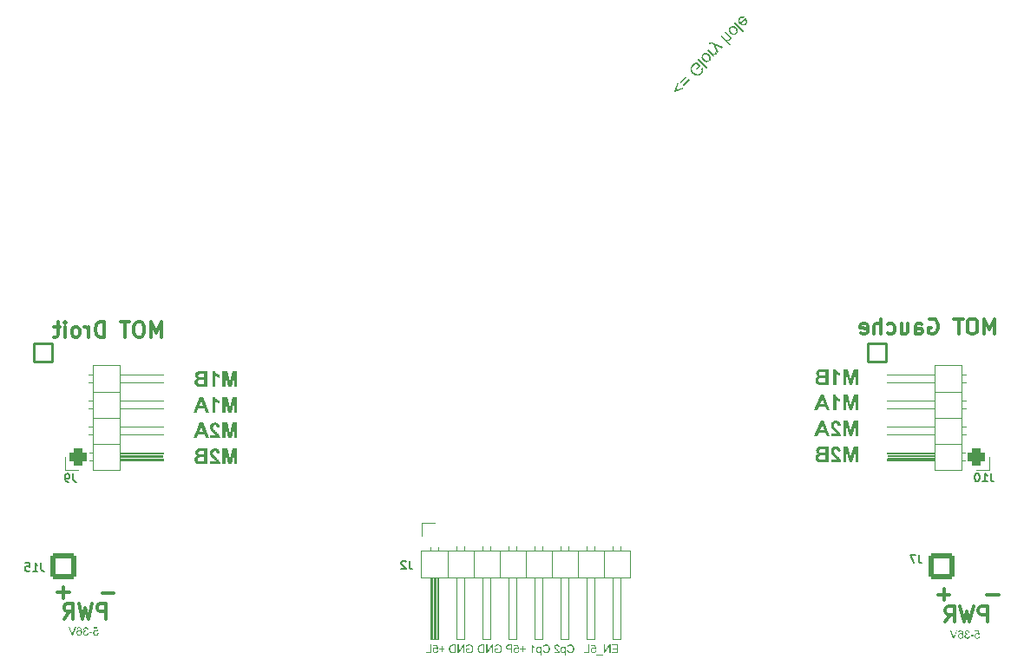
<source format=gbr>
%TF.GenerationSoftware,KiCad,Pcbnew,8.0.9*%
%TF.CreationDate,2025-06-10T00:45:35+02:00*%
%TF.ProjectId,Carte_Mere_PAMI_2025,43617274-655f-44d6-9572-655f50414d49,rev?*%
%TF.SameCoordinates,Original*%
%TF.FileFunction,Legend,Bot*%
%TF.FilePolarity,Positive*%
%FSLAX46Y46*%
G04 Gerber Fmt 4.6, Leading zero omitted, Abs format (unit mm)*
G04 Created by KiCad (PCBNEW 8.0.9) date 2025-06-10 00:45:35*
%MOMM*%
%LPD*%
G01*
G04 APERTURE LIST*
G04 Aperture macros list*
%AMRoundRect*
0 Rectangle with rounded corners*
0 $1 Rounding radius*
0 $2 $3 $4 $5 $6 $7 $8 $9 X,Y pos of 4 corners*
0 Add a 4 corners polygon primitive as box body*
4,1,4,$2,$3,$4,$5,$6,$7,$8,$9,$2,$3,0*
0 Add four circle primitives for the rounded corners*
1,1,$1+$1,$2,$3*
1,1,$1+$1,$4,$5*
1,1,$1+$1,$6,$7*
1,1,$1+$1,$8,$9*
0 Add four rect primitives between the rounded corners*
20,1,$1+$1,$2,$3,$4,$5,0*
20,1,$1+$1,$4,$5,$6,$7,0*
20,1,$1+$1,$6,$7,$8,$9,0*
20,1,$1+$1,$8,$9,$2,$3,0*%
G04 Aperture macros list end*
%ADD10C,0.300000*%
%ADD11C,0.150000*%
%ADD12C,0.120000*%
%ADD13R,1.700000X1.700000*%
%ADD14O,1.700000X1.700000*%
%ADD15C,6.400000*%
%ADD16RoundRect,0.102000X-0.900000X-0.900000X0.900000X-0.900000X0.900000X0.900000X-0.900000X0.900000X0*%
%ADD17C,2.004000*%
%ADD18C,1.600000*%
%ADD19C,1.700000*%
%ADD20C,5.500000*%
%ADD21O,2.200000X3.500000*%
%ADD22R,1.500000X2.500000*%
%ADD23O,1.500000X2.500000*%
%ADD24R,2.000000X2.000000*%
%ADD25C,2.000000*%
%ADD26RoundRect,0.425000X-0.425000X-0.425000X0.425000X-0.425000X0.425000X0.425000X-0.425000X0.425000X0*%
%ADD27RoundRect,0.249999X-1.025001X-1.025001X1.025001X-1.025001X1.025001X1.025001X-1.025001X1.025001X0*%
%ADD28C,2.550000*%
G04 APERTURE END LIST*
D10*
X-40954511Y3999172D02*
X-40954511Y5499172D01*
X-40954511Y5499172D02*
X-41525940Y5499172D01*
X-41525940Y5499172D02*
X-41668797Y5427743D01*
X-41668797Y5427743D02*
X-41740226Y5356315D01*
X-41740226Y5356315D02*
X-41811654Y5213458D01*
X-41811654Y5213458D02*
X-41811654Y4999172D01*
X-41811654Y4999172D02*
X-41740226Y4856315D01*
X-41740226Y4856315D02*
X-41668797Y4784886D01*
X-41668797Y4784886D02*
X-41525940Y4713458D01*
X-41525940Y4713458D02*
X-40954511Y4713458D01*
X-42311654Y5499172D02*
X-42668797Y3999172D01*
X-42668797Y3999172D02*
X-42954511Y5070600D01*
X-42954511Y5070600D02*
X-43240226Y3999172D01*
X-43240226Y3999172D02*
X-43597368Y5499172D01*
X-45025940Y3999172D02*
X-44525940Y4713458D01*
X-44168797Y3999172D02*
X-44168797Y5499172D01*
X-44168797Y5499172D02*
X-44740226Y5499172D01*
X-44740226Y5499172D02*
X-44883083Y5427743D01*
X-44883083Y5427743D02*
X-44954512Y5356315D01*
X-44954512Y5356315D02*
X-45025940Y5213458D01*
X-45025940Y5213458D02*
X-45025940Y4999172D01*
X-45025940Y4999172D02*
X-44954512Y4856315D01*
X-44954512Y4856315D02*
X-44883083Y4784886D01*
X-44883083Y4784886D02*
X-44740226Y4713458D01*
X-44740226Y4713458D02*
X-44168797Y4713458D01*
X45745489Y31799172D02*
X45745489Y33299172D01*
X45745489Y33299172D02*
X45245489Y32227743D01*
X45245489Y32227743D02*
X44745489Y33299172D01*
X44745489Y33299172D02*
X44745489Y31799172D01*
X43745488Y33299172D02*
X43459774Y33299172D01*
X43459774Y33299172D02*
X43316917Y33227743D01*
X43316917Y33227743D02*
X43174060Y33084886D01*
X43174060Y33084886D02*
X43102631Y32799172D01*
X43102631Y32799172D02*
X43102631Y32299172D01*
X43102631Y32299172D02*
X43174060Y32013458D01*
X43174060Y32013458D02*
X43316917Y31870600D01*
X43316917Y31870600D02*
X43459774Y31799172D01*
X43459774Y31799172D02*
X43745488Y31799172D01*
X43745488Y31799172D02*
X43888346Y31870600D01*
X43888346Y31870600D02*
X44031203Y32013458D01*
X44031203Y32013458D02*
X44102631Y32299172D01*
X44102631Y32299172D02*
X44102631Y32799172D01*
X44102631Y32799172D02*
X44031203Y33084886D01*
X44031203Y33084886D02*
X43888346Y33227743D01*
X43888346Y33227743D02*
X43745488Y33299172D01*
X42674059Y33299172D02*
X41816917Y33299172D01*
X42245488Y31799172D02*
X42245488Y33299172D01*
X39388345Y33227743D02*
X39531203Y33299172D01*
X39531203Y33299172D02*
X39745488Y33299172D01*
X39745488Y33299172D02*
X39959774Y33227743D01*
X39959774Y33227743D02*
X40102631Y33084886D01*
X40102631Y33084886D02*
X40174060Y32942029D01*
X40174060Y32942029D02*
X40245488Y32656315D01*
X40245488Y32656315D02*
X40245488Y32442029D01*
X40245488Y32442029D02*
X40174060Y32156315D01*
X40174060Y32156315D02*
X40102631Y32013458D01*
X40102631Y32013458D02*
X39959774Y31870600D01*
X39959774Y31870600D02*
X39745488Y31799172D01*
X39745488Y31799172D02*
X39602631Y31799172D01*
X39602631Y31799172D02*
X39388345Y31870600D01*
X39388345Y31870600D02*
X39316917Y31942029D01*
X39316917Y31942029D02*
X39316917Y32442029D01*
X39316917Y32442029D02*
X39602631Y32442029D01*
X38031203Y31799172D02*
X38031203Y32584886D01*
X38031203Y32584886D02*
X38102631Y32727743D01*
X38102631Y32727743D02*
X38245488Y32799172D01*
X38245488Y32799172D02*
X38531203Y32799172D01*
X38531203Y32799172D02*
X38674060Y32727743D01*
X38031203Y31870600D02*
X38174060Y31799172D01*
X38174060Y31799172D02*
X38531203Y31799172D01*
X38531203Y31799172D02*
X38674060Y31870600D01*
X38674060Y31870600D02*
X38745488Y32013458D01*
X38745488Y32013458D02*
X38745488Y32156315D01*
X38745488Y32156315D02*
X38674060Y32299172D01*
X38674060Y32299172D02*
X38531203Y32370600D01*
X38531203Y32370600D02*
X38174060Y32370600D01*
X38174060Y32370600D02*
X38031203Y32442029D01*
X36674060Y32799172D02*
X36674060Y31799172D01*
X37316917Y32799172D02*
X37316917Y32013458D01*
X37316917Y32013458D02*
X37245488Y31870600D01*
X37245488Y31870600D02*
X37102631Y31799172D01*
X37102631Y31799172D02*
X36888345Y31799172D01*
X36888345Y31799172D02*
X36745488Y31870600D01*
X36745488Y31870600D02*
X36674060Y31942029D01*
X35316917Y31870600D02*
X35459774Y31799172D01*
X35459774Y31799172D02*
X35745488Y31799172D01*
X35745488Y31799172D02*
X35888345Y31870600D01*
X35888345Y31870600D02*
X35959774Y31942029D01*
X35959774Y31942029D02*
X36031202Y32084886D01*
X36031202Y32084886D02*
X36031202Y32513458D01*
X36031202Y32513458D02*
X35959774Y32656315D01*
X35959774Y32656315D02*
X35888345Y32727743D01*
X35888345Y32727743D02*
X35745488Y32799172D01*
X35745488Y32799172D02*
X35459774Y32799172D01*
X35459774Y32799172D02*
X35316917Y32727743D01*
X34674060Y31799172D02*
X34674060Y33299172D01*
X34031203Y31799172D02*
X34031203Y32584886D01*
X34031203Y32584886D02*
X34102631Y32727743D01*
X34102631Y32727743D02*
X34245488Y32799172D01*
X34245488Y32799172D02*
X34459774Y32799172D01*
X34459774Y32799172D02*
X34602631Y32727743D01*
X34602631Y32727743D02*
X34674060Y32656315D01*
X32745488Y31870600D02*
X32888345Y31799172D01*
X32888345Y31799172D02*
X33174060Y31799172D01*
X33174060Y31799172D02*
X33316917Y31870600D01*
X33316917Y31870600D02*
X33388345Y32013458D01*
X33388345Y32013458D02*
X33388345Y32584886D01*
X33388345Y32584886D02*
X33316917Y32727743D01*
X33316917Y32727743D02*
X33174060Y32799172D01*
X33174060Y32799172D02*
X32888345Y32799172D01*
X32888345Y32799172D02*
X32745488Y32727743D01*
X32745488Y32727743D02*
X32674060Y32584886D01*
X32674060Y32584886D02*
X32674060Y32442029D01*
X32674060Y32442029D02*
X33388345Y32299172D01*
X-45645490Y6570600D02*
X-44502632Y6570600D01*
X-45074061Y5999172D02*
X-45074061Y7142029D01*
X45045489Y3699172D02*
X45045489Y5199172D01*
X45045489Y5199172D02*
X44474060Y5199172D01*
X44474060Y5199172D02*
X44331203Y5127743D01*
X44331203Y5127743D02*
X44259774Y5056315D01*
X44259774Y5056315D02*
X44188346Y4913458D01*
X44188346Y4913458D02*
X44188346Y4699172D01*
X44188346Y4699172D02*
X44259774Y4556315D01*
X44259774Y4556315D02*
X44331203Y4484886D01*
X44331203Y4484886D02*
X44474060Y4413458D01*
X44474060Y4413458D02*
X45045489Y4413458D01*
X43688346Y5199172D02*
X43331203Y3699172D01*
X43331203Y3699172D02*
X43045489Y4770600D01*
X43045489Y4770600D02*
X42759774Y3699172D01*
X42759774Y3699172D02*
X42402632Y5199172D01*
X40974060Y3699172D02*
X41474060Y4413458D01*
X41831203Y3699172D02*
X41831203Y5199172D01*
X41831203Y5199172D02*
X41259774Y5199172D01*
X41259774Y5199172D02*
X41116917Y5127743D01*
X41116917Y5127743D02*
X41045488Y5056315D01*
X41045488Y5056315D02*
X40974060Y4913458D01*
X40974060Y4913458D02*
X40974060Y4699172D01*
X40974060Y4699172D02*
X41045488Y4556315D01*
X41045488Y4556315D02*
X41116917Y4484886D01*
X41116917Y4484886D02*
X41259774Y4413458D01*
X41259774Y4413458D02*
X41831203Y4413458D01*
D11*
G36*
X9037501Y668000D02*
G01*
X9037501Y1480841D01*
X8455030Y1480841D01*
X8455030Y1387051D01*
X8931011Y1387051D01*
X8931011Y1130694D01*
X8485316Y1130694D01*
X8485316Y1036905D01*
X8931011Y1036905D01*
X8931011Y761790D01*
X8436273Y761790D01*
X8436273Y668000D01*
X9037501Y668000D01*
G37*
G36*
X8294416Y668000D02*
G01*
X8294416Y1480841D01*
X8185191Y1480841D01*
X7761967Y842683D01*
X7761967Y1480841D01*
X7659776Y1480841D01*
X7659776Y668000D01*
X7769001Y668000D01*
X8192225Y1306744D01*
X8192225Y668000D01*
X8294416Y668000D01*
G37*
G36*
X7589043Y446423D02*
G01*
X7589043Y517938D01*
X6933495Y517938D01*
X6933495Y446423D01*
X7589043Y446423D01*
G37*
G36*
X6902427Y880589D02*
G01*
X6798478Y889382D01*
X6789582Y849611D01*
X6774042Y812417D01*
X6750072Y780011D01*
X6744940Y775077D01*
X6710987Y751739D01*
X6672143Y739173D01*
X6643530Y736779D01*
X6601093Y742160D01*
X6562930Y758303D01*
X6529041Y785208D01*
X6522776Y791880D01*
X6498785Y825703D01*
X6482646Y865183D01*
X6474891Y905025D01*
X6473146Y937840D01*
X6476126Y978836D01*
X6486602Y1019497D01*
X6504620Y1054378D01*
X6520822Y1074421D01*
X6553379Y1100799D01*
X6591699Y1117407D01*
X6631113Y1124002D01*
X6645289Y1124442D01*
X6685247Y1120103D01*
X6724159Y1105826D01*
X6731457Y1101776D01*
X6763938Y1077705D01*
X6789206Y1047623D01*
X6792030Y1043158D01*
X6884842Y1055272D01*
X6806880Y1468335D01*
X6406126Y1468335D01*
X6406126Y1374546D01*
X6727745Y1374546D01*
X6771122Y1158049D01*
X6734352Y1178908D01*
X6696726Y1193807D01*
X6658246Y1202746D01*
X6618910Y1205726D01*
X6574329Y1202210D01*
X6532907Y1191663D01*
X6494646Y1174085D01*
X6459545Y1149476D01*
X6440906Y1132257D01*
X6412584Y1098181D01*
X6391218Y1060065D01*
X6376808Y1017910D01*
X6369994Y978563D01*
X6368219Y943506D01*
X6370459Y903378D01*
X6378732Y859218D01*
X6393102Y817920D01*
X6413567Y779482D01*
X6431918Y753779D01*
X6462993Y720378D01*
X6498038Y693887D01*
X6537053Y674307D01*
X6580039Y661638D01*
X6618894Y656359D01*
X6643530Y655495D01*
X6683361Y657659D01*
X6726235Y665653D01*
X6765239Y679538D01*
X6800372Y699313D01*
X6823097Y717044D01*
X6850602Y745974D01*
X6872422Y778738D01*
X6888557Y815335D01*
X6899008Y855765D01*
X6902427Y880589D01*
G37*
G36*
X6243753Y668000D02*
G01*
X6243753Y1480841D01*
X6137068Y1480841D01*
X6137068Y761790D01*
X5740418Y761790D01*
X5740418Y668000D01*
X6243753Y668000D01*
G37*
G36*
X4150690Y955621D02*
G01*
X4044005Y928656D01*
X4055814Y888559D01*
X4070238Y851552D01*
X4090997Y811225D01*
X4115520Y775348D01*
X4143808Y743923D01*
X4164758Y725446D01*
X4198732Y701674D01*
X4235439Y682820D01*
X4274880Y668884D01*
X4317056Y659867D01*
X4361965Y655769D01*
X4377543Y655495D01*
X4417082Y656798D01*
X4461394Y661798D01*
X4502285Y670550D01*
X4539755Y683052D01*
X4579146Y702378D01*
X4589545Y708838D01*
X4623332Y734457D01*
X4653397Y764638D01*
X4679741Y799383D01*
X4702364Y838690D01*
X4713621Y863199D01*
X4728097Y901677D01*
X4739578Y941198D01*
X4748064Y981764D01*
X4753554Y1023374D01*
X4756050Y1066028D01*
X4756217Y1080478D01*
X4754527Y1126818D01*
X4749457Y1170878D01*
X4741008Y1212657D01*
X4729179Y1252156D01*
X4713970Y1289374D01*
X4708150Y1301273D01*
X4685176Y1340308D01*
X4658312Y1375004D01*
X4627559Y1405362D01*
X4592916Y1431382D01*
X4571374Y1444302D01*
X4531637Y1463412D01*
X4490216Y1477828D01*
X4447113Y1487551D01*
X4402327Y1492580D01*
X4375979Y1493346D01*
X4331977Y1491155D01*
X4290681Y1484581D01*
X4252091Y1473624D01*
X4210491Y1455302D01*
X4172574Y1431015D01*
X4138893Y1401314D01*
X4109999Y1366752D01*
X4089043Y1333257D01*
X4071604Y1296190D01*
X4057682Y1255551D01*
X4162804Y1230736D01*
X4176244Y1267722D01*
X4194581Y1304266D01*
X4219005Y1338081D01*
X4244088Y1361650D01*
X4280099Y1383289D01*
X4321452Y1396913D01*
X4363238Y1402322D01*
X4378129Y1402683D01*
X4417285Y1400533D01*
X4458486Y1392808D01*
X4495901Y1379467D01*
X4533467Y1357742D01*
X4565607Y1330037D01*
X4591905Y1297478D01*
X4612360Y1260066D01*
X4621199Y1237184D01*
X4632227Y1199070D01*
X4640104Y1160345D01*
X4644830Y1121010D01*
X4646405Y1081064D01*
X4644975Y1036934D01*
X4640683Y995328D01*
X4633530Y956247D01*
X4621852Y914673D01*
X4616510Y899934D01*
X4599401Y863773D01*
X4575219Y828903D01*
X4545813Y800184D01*
X4523307Y784455D01*
X4486877Y765943D01*
X4448809Y753489D01*
X4409102Y747093D01*
X4386335Y746158D01*
X4343300Y749455D01*
X4303684Y759347D01*
X4267487Y775834D01*
X4234709Y798915D01*
X4206157Y828492D01*
X4182637Y864469D01*
X4166184Y901199D01*
X4153583Y942827D01*
X4150690Y955621D01*
G37*
G36*
X3688026Y1267703D02*
G01*
X3729476Y1261142D01*
X3767912Y1245781D01*
X3785044Y1234885D01*
X3814777Y1208992D01*
X3839818Y1178566D01*
X3839818Y1255746D01*
X3929894Y1255746D01*
X3929894Y442906D01*
X3831025Y442906D01*
X3831025Y729159D01*
X3829436Y727179D01*
X3800273Y698407D01*
X3766545Y676402D01*
X3756522Y671502D01*
X3718988Y659497D01*
X3677640Y655495D01*
X3665021Y655832D01*
X3623774Y661816D01*
X3583787Y675280D01*
X3548875Y693793D01*
X3530418Y706637D01*
X3500801Y733869D01*
X3475821Y766387D01*
X3455477Y804190D01*
X3441372Y841364D01*
X3431297Y880785D01*
X3425252Y922453D01*
X3423237Y966368D01*
X3423243Y966563D01*
X3524451Y966563D01*
X3524635Y952100D01*
X3527394Y911596D01*
X3534798Y869811D01*
X3548778Y829270D01*
X3571541Y792857D01*
X3577477Y786067D01*
X3609377Y758685D01*
X3644980Y742256D01*
X3684284Y736779D01*
X3726620Y743175D01*
X3764430Y762361D01*
X3794877Y790904D01*
X3800390Y797900D01*
X3820797Y835087D01*
X3832890Y875979D01*
X3838803Y917811D01*
X3840404Y958161D01*
X3840214Y972093D01*
X3836555Y1017548D01*
X3828240Y1057861D01*
X3813036Y1097636D01*
X3791751Y1130694D01*
X3785612Y1137887D01*
X3756593Y1164513D01*
X3721666Y1183075D01*
X3679985Y1190094D01*
X3638205Y1183491D01*
X3600720Y1163681D01*
X3570369Y1134211D01*
X3564808Y1127031D01*
X3544226Y1089277D01*
X3532029Y1048244D01*
X3526065Y1006570D01*
X3524451Y966563D01*
X3423243Y966563D01*
X3424260Y997328D01*
X3428809Y1037133D01*
X3438277Y1079900D01*
X3452351Y1120534D01*
X3458057Y1133445D01*
X3478143Y1168839D01*
X3505681Y1202292D01*
X3538715Y1229564D01*
X3549569Y1236478D01*
X3588007Y1254613D01*
X3629917Y1265191D01*
X3670606Y1268252D01*
X3688026Y1267703D01*
G37*
G36*
X2814584Y761790D02*
G01*
X2814584Y668000D01*
X3347229Y668000D01*
X3344062Y707362D01*
X3335700Y736779D01*
X3318732Y774051D01*
X3298338Y807573D01*
X3273212Y840752D01*
X3270439Y844051D01*
X3242116Y875134D01*
X3211647Y904944D01*
X3180899Y932711D01*
X3146337Y962048D01*
X3141088Y966368D01*
X3109592Y992822D01*
X3073967Y1023907D01*
X3042502Y1052788D01*
X3010234Y1084535D01*
X2980160Y1117563D01*
X2963670Y1138510D01*
X2941284Y1173689D01*
X2925004Y1211509D01*
X2917542Y1251568D01*
X2917361Y1258677D01*
X2923296Y1300589D01*
X2941102Y1337226D01*
X2959566Y1358719D01*
X2991450Y1381969D01*
X3029336Y1395569D01*
X3068987Y1399557D01*
X3110898Y1395187D01*
X3150564Y1380286D01*
X3183488Y1354811D01*
X3207920Y1319962D01*
X3221476Y1281189D01*
X3226628Y1240517D01*
X3226866Y1230736D01*
X3328471Y1241483D01*
X3322554Y1283342D01*
X3312570Y1321286D01*
X3295783Y1360605D01*
X3273461Y1394595D01*
X3249922Y1419487D01*
X3217853Y1443393D01*
X3181315Y1461428D01*
X3140308Y1473591D01*
X3101601Y1479343D01*
X3066838Y1480841D01*
X3025084Y1478567D01*
X2980660Y1470167D01*
X2940854Y1455577D01*
X2905668Y1434797D01*
X2883363Y1416165D01*
X2857020Y1386392D01*
X2834836Y1348748D01*
X2821104Y1307245D01*
X2816020Y1267765D01*
X2815756Y1255942D01*
X2819013Y1216669D01*
X2828784Y1177912D01*
X2835491Y1160199D01*
X2853974Y1124313D01*
X2877386Y1090163D01*
X2901143Y1061329D01*
X2931779Y1029033D01*
X2962253Y999682D01*
X2993002Y971578D01*
X3028025Y940753D01*
X3053746Y918691D01*
X3084853Y892045D01*
X3115501Y865282D01*
X3145975Y837713D01*
X3168052Y816109D01*
X3193627Y785651D01*
X3209671Y761790D01*
X2814584Y761790D01*
G37*
G36*
X1785637Y955621D02*
G01*
X1678952Y928656D01*
X1690762Y888559D01*
X1705185Y851552D01*
X1725945Y811225D01*
X1750468Y775348D01*
X1778756Y743923D01*
X1799706Y725446D01*
X1833679Y701674D01*
X1870387Y682820D01*
X1909828Y668884D01*
X1952004Y659867D01*
X1996913Y655769D01*
X2012490Y655495D01*
X2052030Y656798D01*
X2096342Y661798D01*
X2137233Y670550D01*
X2174702Y683052D01*
X2214094Y702378D01*
X2224493Y708838D01*
X2258280Y734457D01*
X2288345Y764638D01*
X2314689Y799383D01*
X2337312Y838690D01*
X2348568Y863199D01*
X2363044Y901677D01*
X2374525Y941198D01*
X2383011Y981764D01*
X2388502Y1023374D01*
X2390998Y1066028D01*
X2391164Y1080478D01*
X2389474Y1126818D01*
X2384405Y1170878D01*
X2375956Y1212657D01*
X2364127Y1252156D01*
X2348918Y1289374D01*
X2343097Y1301273D01*
X2320123Y1340308D01*
X2293260Y1375004D01*
X2262506Y1405362D01*
X2227864Y1431382D01*
X2206321Y1444302D01*
X2166584Y1463412D01*
X2125164Y1477828D01*
X2082061Y1487551D01*
X2037275Y1492580D01*
X2010927Y1493346D01*
X1966924Y1491155D01*
X1925628Y1484581D01*
X1887039Y1473624D01*
X1845438Y1455302D01*
X1807522Y1431015D01*
X1773841Y1401314D01*
X1744947Y1366752D01*
X1723991Y1333257D01*
X1706552Y1296190D01*
X1692630Y1255551D01*
X1797752Y1230736D01*
X1811192Y1267722D01*
X1829528Y1304266D01*
X1853952Y1338081D01*
X1879036Y1361650D01*
X1915047Y1383289D01*
X1956400Y1396913D01*
X1998186Y1402322D01*
X2013076Y1402683D01*
X2052233Y1400533D01*
X2093433Y1392808D01*
X2130848Y1379467D01*
X2168415Y1357742D01*
X2200555Y1330037D01*
X2226852Y1297478D01*
X2247307Y1260066D01*
X2256147Y1237184D01*
X2267174Y1199070D01*
X2275051Y1160345D01*
X2279777Y1121010D01*
X2281353Y1081064D01*
X2279922Y1036934D01*
X2275631Y995328D01*
X2268478Y956247D01*
X2256800Y914673D01*
X2251457Y899934D01*
X2234348Y863773D01*
X2210166Y828903D01*
X2180761Y800184D01*
X2158254Y784455D01*
X2121825Y765943D01*
X2083756Y753489D01*
X2044050Y747093D01*
X2021283Y746158D01*
X1978247Y749455D01*
X1938631Y759347D01*
X1902434Y775834D01*
X1869657Y798915D01*
X1841105Y828492D01*
X1817584Y864469D01*
X1801131Y901199D01*
X1788530Y942827D01*
X1785637Y955621D01*
G37*
G36*
X1322973Y1267703D02*
G01*
X1364424Y1261142D01*
X1402860Y1245781D01*
X1419992Y1234885D01*
X1449724Y1208992D01*
X1474765Y1178566D01*
X1474765Y1255746D01*
X1564842Y1255746D01*
X1564842Y442906D01*
X1465972Y442906D01*
X1465972Y729159D01*
X1464383Y727179D01*
X1435221Y698407D01*
X1401492Y676402D01*
X1391469Y671502D01*
X1353936Y659497D01*
X1312588Y655495D01*
X1299968Y655832D01*
X1258722Y661816D01*
X1218735Y675280D01*
X1183823Y693793D01*
X1165366Y706637D01*
X1135748Y733869D01*
X1110768Y766387D01*
X1090425Y804190D01*
X1076320Y841364D01*
X1066245Y880785D01*
X1060200Y922453D01*
X1058185Y966368D01*
X1058191Y966563D01*
X1159399Y966563D01*
X1159583Y952100D01*
X1162342Y911596D01*
X1169746Y869811D01*
X1183726Y829270D01*
X1206489Y792857D01*
X1212425Y786067D01*
X1244325Y758685D01*
X1279927Y742256D01*
X1319231Y736779D01*
X1361567Y743175D01*
X1399378Y762361D01*
X1429825Y790904D01*
X1435338Y797900D01*
X1455745Y835087D01*
X1467838Y875979D01*
X1473751Y917811D01*
X1475351Y958161D01*
X1475161Y972093D01*
X1471503Y1017548D01*
X1463188Y1057861D01*
X1447984Y1097636D01*
X1426698Y1130694D01*
X1420560Y1137887D01*
X1391541Y1164513D01*
X1356614Y1183075D01*
X1314933Y1190094D01*
X1273153Y1183491D01*
X1235667Y1163681D01*
X1205316Y1134211D01*
X1199756Y1127031D01*
X1179174Y1089277D01*
X1166977Y1048244D01*
X1161013Y1006570D01*
X1159399Y966563D01*
X1058191Y966563D01*
X1059208Y997328D01*
X1063757Y1037133D01*
X1073225Y1079900D01*
X1087298Y1120534D01*
X1093004Y1133445D01*
X1113090Y1168839D01*
X1140629Y1202292D01*
X1173663Y1229564D01*
X1184517Y1236478D01*
X1222954Y1254613D01*
X1264865Y1265191D01*
X1305554Y1268252D01*
X1322973Y1267703D01*
G37*
G36*
X596859Y668000D02*
G01*
X695728Y668000D01*
X695728Y1301469D01*
X725678Y1275530D01*
X758636Y1251753D01*
X789517Y1232299D01*
X824624Y1212485D01*
X860551Y1194568D01*
X893663Y1180715D01*
X893663Y1280757D01*
X858332Y1298459D01*
X820404Y1320590D01*
X785090Y1344749D01*
X752389Y1370935D01*
X748485Y1374351D01*
X719688Y1401596D01*
X692723Y1431751D01*
X669505Y1464640D01*
X660557Y1480841D01*
X596859Y1480841D01*
X596859Y668000D01*
G37*
G36*
X-199764Y793053D02*
G01*
X-199764Y1011894D01*
X19469Y1011894D01*
X19469Y1105684D01*
X-199764Y1105684D01*
X-199764Y1318273D01*
X-293162Y1318273D01*
X-293162Y1105684D01*
X-512395Y1105684D01*
X-512395Y1011894D01*
X-293162Y1011894D01*
X-293162Y793053D01*
X-199764Y793053D01*
G37*
G36*
X-617908Y880589D02*
G01*
X-721857Y889382D01*
X-730753Y849611D01*
X-746293Y812417D01*
X-770263Y780011D01*
X-775395Y775077D01*
X-809348Y751739D01*
X-848192Y739173D01*
X-876805Y736779D01*
X-919242Y742160D01*
X-957405Y758303D01*
X-991294Y785208D01*
X-997559Y791880D01*
X-1021550Y825703D01*
X-1037689Y865183D01*
X-1045444Y905025D01*
X-1047189Y937840D01*
X-1044209Y978836D01*
X-1033733Y1019497D01*
X-1015715Y1054378D01*
X-999513Y1074421D01*
X-966956Y1100799D01*
X-928636Y1117407D01*
X-889222Y1124002D01*
X-875046Y1124442D01*
X-835088Y1120103D01*
X-796176Y1105826D01*
X-788878Y1101776D01*
X-756397Y1077705D01*
X-731129Y1047623D01*
X-728305Y1043158D01*
X-635493Y1055272D01*
X-713455Y1468335D01*
X-1114209Y1468335D01*
X-1114209Y1374546D01*
X-792590Y1374546D01*
X-749212Y1158049D01*
X-785983Y1178908D01*
X-823609Y1193807D01*
X-862089Y1202746D01*
X-901425Y1205726D01*
X-946006Y1202210D01*
X-987428Y1191663D01*
X-1025689Y1174085D01*
X-1060790Y1149476D01*
X-1079429Y1132257D01*
X-1107751Y1098181D01*
X-1129117Y1060065D01*
X-1143527Y1017910D01*
X-1150341Y978563D01*
X-1152115Y943506D01*
X-1149876Y903378D01*
X-1141603Y859218D01*
X-1127233Y817920D01*
X-1106768Y779482D01*
X-1088417Y753779D01*
X-1057342Y720378D01*
X-1022297Y693887D01*
X-983282Y674307D01*
X-940296Y661638D01*
X-901441Y656359D01*
X-876805Y655495D01*
X-836974Y657659D01*
X-794100Y665653D01*
X-755096Y679538D01*
X-719963Y699313D01*
X-697238Y717044D01*
X-669733Y745974D01*
X-647913Y778738D01*
X-631777Y815335D01*
X-621327Y855765D01*
X-617908Y880589D01*
G37*
G36*
X-1280880Y668000D02*
G01*
X-1387566Y668000D01*
X-1387566Y999389D01*
X-1594293Y999389D01*
X-1625387Y1000019D01*
X-1673098Y1003871D01*
X-1715666Y1011224D01*
X-1759959Y1024670D01*
X-1796847Y1043157D01*
X-1830524Y1071099D01*
X-1845866Y1089521D01*
X-1867791Y1124140D01*
X-1883453Y1161788D01*
X-1892849Y1202465D01*
X-1895743Y1242850D01*
X-1785975Y1242850D01*
X-1781738Y1201509D01*
X-1767293Y1163217D01*
X-1742597Y1132453D01*
X-1717159Y1115270D01*
X-1679579Y1101808D01*
X-1638207Y1095058D01*
X-1595856Y1093178D01*
X-1387566Y1093178D01*
X-1387566Y1387051D01*
X-1593707Y1387051D01*
X-1611118Y1386938D01*
X-1651664Y1385463D01*
X-1693162Y1379822D01*
X-1695760Y1379053D01*
X-1732958Y1360154D01*
X-1760378Y1331169D01*
X-1767752Y1319327D01*
X-1781750Y1282312D01*
X-1785975Y1242850D01*
X-1895743Y1242850D01*
X-1895981Y1246172D01*
X-1894034Y1279330D01*
X-1886364Y1317674D01*
X-1871362Y1356765D01*
X-1861653Y1374880D01*
X-1836847Y1408708D01*
X-1806882Y1435118D01*
X-1782820Y1449414D01*
X-1745978Y1464050D01*
X-1707426Y1473025D01*
X-1666752Y1478085D01*
X-1626994Y1480222D01*
X-1584914Y1480841D01*
X-1280880Y1480841D01*
X-1280880Y668000D01*
G37*
G36*
X-2695144Y986884D02*
G01*
X-2695144Y1080673D01*
X-3036303Y1081259D01*
X-3036303Y780548D01*
X-3001694Y754755D01*
X-2966600Y731917D01*
X-2931020Y712034D01*
X-2894953Y695105D01*
X-2874125Y686758D01*
X-2832128Y673081D01*
X-2789568Y663311D01*
X-2746447Y657449D01*
X-2702764Y655495D01*
X-2659043Y657288D01*
X-2616834Y662667D01*
X-2576135Y671631D01*
X-2536948Y684182D01*
X-2499272Y700318D01*
X-2487049Y706493D01*
X-2452375Y727291D01*
X-2421040Y751290D01*
X-2388701Y783335D01*
X-2364599Y814270D01*
X-2343835Y848406D01*
X-2340699Y854407D01*
X-2323899Y891474D01*
X-2310575Y930134D01*
X-2300726Y970388D01*
X-2294354Y1012236D01*
X-2291457Y1055678D01*
X-2291264Y1070513D01*
X-2292988Y1114293D01*
X-2298161Y1156975D01*
X-2306782Y1198557D01*
X-2318851Y1239040D01*
X-2334369Y1278424D01*
X-2340308Y1291308D01*
X-2360284Y1327915D01*
X-2383283Y1360798D01*
X-2409304Y1389959D01*
X-2443482Y1419273D01*
X-2481774Y1443520D01*
X-2517414Y1460453D01*
X-2555019Y1473883D01*
X-2594589Y1483809D01*
X-2636123Y1490232D01*
X-2679622Y1493151D01*
X-2694558Y1493346D01*
X-2737178Y1491600D01*
X-2777698Y1486361D01*
X-2816118Y1477629D01*
X-2852436Y1465405D01*
X-2889797Y1447941D01*
X-2925617Y1424440D01*
X-2955445Y1396627D01*
X-2963225Y1387442D01*
X-2986474Y1353222D01*
X-3004135Y1317365D01*
X-3018705Y1276718D01*
X-3024188Y1257114D01*
X-2928054Y1230736D01*
X-2914522Y1269420D01*
X-2897390Y1304563D01*
X-2882918Y1326088D01*
X-2855045Y1353866D01*
X-2821192Y1374904D01*
X-2806128Y1381776D01*
X-2767074Y1394516D01*
X-2724942Y1401376D01*
X-2695144Y1402683D01*
X-2655599Y1400890D01*
X-2615322Y1394692D01*
X-2575469Y1382762D01*
X-2568724Y1380017D01*
X-2531602Y1361012D01*
X-2497898Y1335896D01*
X-2482555Y1320422D01*
X-2458461Y1289350D01*
X-2437923Y1253147D01*
X-2431948Y1239529D01*
X-2418441Y1200719D01*
X-2408794Y1160296D01*
X-2403005Y1118262D01*
X-2401076Y1074616D01*
X-2402381Y1034833D01*
X-2407203Y991581D01*
X-2415578Y951731D01*
X-2429499Y910357D01*
X-2438201Y891336D01*
X-2458864Y856873D01*
X-2487131Y823767D01*
X-2520715Y796657D01*
X-2546058Y781915D01*
X-2582072Y766272D01*
X-2623901Y754015D01*
X-2667121Y747415D01*
X-2696707Y746158D01*
X-2739717Y748791D01*
X-2782040Y756691D01*
X-2819543Y768304D01*
X-2831920Y773123D01*
X-2870068Y790319D01*
X-2904801Y810028D01*
X-2931962Y830569D01*
X-2931962Y986884D01*
X-2695144Y986884D01*
G37*
G36*
X-3187733Y668000D02*
G01*
X-3187733Y1480841D01*
X-3296958Y1480841D01*
X-3720182Y842683D01*
X-3720182Y1480841D01*
X-3822374Y1480841D01*
X-3822374Y668000D01*
X-3713148Y668000D01*
X-3289924Y1306744D01*
X-3289924Y668000D01*
X-3187733Y668000D01*
G37*
G36*
X-3996861Y668000D02*
G01*
X-4287607Y668000D01*
X-4296676Y668055D01*
X-4335863Y669640D01*
X-4376285Y673975D01*
X-4416958Y681873D01*
X-4440869Y688560D01*
X-4478160Y702894D01*
X-4513288Y722516D01*
X-4530418Y735266D01*
X-4560595Y764006D01*
X-4586561Y796375D01*
X-4590714Y802333D01*
X-4611835Y838540D01*
X-4628513Y876504D01*
X-4641466Y914783D01*
X-4651856Y956680D01*
X-4658237Y996723D01*
X-4661931Y1039405D01*
X-4662960Y1078915D01*
X-4662931Y1080478D01*
X-4553148Y1080478D01*
X-4552400Y1046715D01*
X-4549072Y1004711D01*
X-4542146Y961574D01*
X-4531850Y922795D01*
X-4518651Y888297D01*
X-4498908Y851842D01*
X-4472841Y819236D01*
X-4469399Y815864D01*
X-4436695Y792356D01*
X-4400545Y776835D01*
X-4397679Y775909D01*
X-4358038Y767094D01*
X-4317616Y762980D01*
X-4275493Y761790D01*
X-4103546Y761790D01*
X-4103546Y1387051D01*
X-4272757Y1387051D01*
X-4290139Y1386904D01*
X-4331990Y1385066D01*
X-4371248Y1380487D01*
X-4410706Y1370248D01*
X-4425275Y1363674D01*
X-4459240Y1341017D01*
X-4486807Y1313023D01*
X-4511529Y1277826D01*
X-4525673Y1249932D01*
X-4538476Y1212075D01*
X-4547296Y1168497D01*
X-4551685Y1126589D01*
X-4553148Y1080478D01*
X-4662931Y1080478D01*
X-4662465Y1105696D01*
X-4659220Y1150741D01*
X-4652944Y1193468D01*
X-4643640Y1233875D01*
X-4631306Y1271964D01*
X-4613550Y1312374D01*
X-4591739Y1348998D01*
X-4565873Y1381837D01*
X-4535954Y1410890D01*
X-4529768Y1416063D01*
X-4496460Y1438861D01*
X-4459182Y1456546D01*
X-4417935Y1469117D01*
X-4401399Y1472494D01*
X-4361802Y1477532D01*
X-4318724Y1480108D01*
X-4274516Y1480841D01*
X-3996861Y1480841D01*
X-3996861Y668000D01*
G37*
G36*
X-5493190Y986884D02*
G01*
X-5493190Y1080673D01*
X-5834349Y1081259D01*
X-5834349Y780548D01*
X-5799740Y754755D01*
X-5764646Y731917D01*
X-5729066Y712034D01*
X-5692999Y695105D01*
X-5672171Y686758D01*
X-5630174Y673081D01*
X-5587614Y663311D01*
X-5544493Y657449D01*
X-5500811Y655495D01*
X-5457090Y657288D01*
X-5414880Y662667D01*
X-5374181Y671631D01*
X-5334994Y684182D01*
X-5297318Y700318D01*
X-5285095Y706493D01*
X-5250421Y727291D01*
X-5219086Y751290D01*
X-5186747Y783335D01*
X-5162645Y814270D01*
X-5141881Y848406D01*
X-5138745Y854407D01*
X-5121945Y891474D01*
X-5108621Y930134D01*
X-5098772Y970388D01*
X-5092400Y1012236D01*
X-5089503Y1055678D01*
X-5089310Y1070513D01*
X-5091034Y1114293D01*
X-5096207Y1156975D01*
X-5104828Y1198557D01*
X-5116897Y1239040D01*
X-5132415Y1278424D01*
X-5138354Y1291308D01*
X-5158330Y1327915D01*
X-5181329Y1360798D01*
X-5207350Y1389959D01*
X-5241528Y1419273D01*
X-5279820Y1443520D01*
X-5315460Y1460453D01*
X-5353065Y1473883D01*
X-5392635Y1483809D01*
X-5434169Y1490232D01*
X-5477668Y1493151D01*
X-5492604Y1493346D01*
X-5535224Y1491600D01*
X-5575744Y1486361D01*
X-5614164Y1477629D01*
X-5650483Y1465405D01*
X-5687843Y1447941D01*
X-5723663Y1424440D01*
X-5753491Y1396627D01*
X-5761271Y1387442D01*
X-5784520Y1353222D01*
X-5802181Y1317365D01*
X-5816751Y1276718D01*
X-5822234Y1257114D01*
X-5726100Y1230736D01*
X-5712568Y1269420D01*
X-5695436Y1304563D01*
X-5680964Y1326088D01*
X-5653091Y1353866D01*
X-5619238Y1374904D01*
X-5604174Y1381776D01*
X-5565120Y1394516D01*
X-5522988Y1401376D01*
X-5493190Y1402683D01*
X-5453645Y1400890D01*
X-5413368Y1394692D01*
X-5373515Y1382762D01*
X-5366770Y1380017D01*
X-5329648Y1361012D01*
X-5295944Y1335896D01*
X-5280601Y1320422D01*
X-5256507Y1289350D01*
X-5235969Y1253147D01*
X-5229994Y1239529D01*
X-5216487Y1200719D01*
X-5206840Y1160296D01*
X-5201051Y1118262D01*
X-5199122Y1074616D01*
X-5200427Y1034833D01*
X-5205249Y991581D01*
X-5213624Y951731D01*
X-5227546Y910357D01*
X-5236247Y891336D01*
X-5256910Y856873D01*
X-5285177Y823767D01*
X-5318761Y796657D01*
X-5344104Y781915D01*
X-5380118Y766272D01*
X-5421947Y754015D01*
X-5465167Y747415D01*
X-5494753Y746158D01*
X-5537763Y748791D01*
X-5580086Y756691D01*
X-5617589Y768304D01*
X-5629966Y773123D01*
X-5668114Y790319D01*
X-5702847Y810028D01*
X-5730008Y830569D01*
X-5730008Y986884D01*
X-5493190Y986884D01*
G37*
G36*
X-5985779Y668000D02*
G01*
X-5985779Y1480841D01*
X-6095005Y1480841D01*
X-6518229Y842683D01*
X-6518229Y1480841D01*
X-6620420Y1480841D01*
X-6620420Y668000D01*
X-6511194Y668000D01*
X-6087970Y1306744D01*
X-6087970Y668000D01*
X-5985779Y668000D01*
G37*
G36*
X-6794907Y668000D02*
G01*
X-7085654Y668000D01*
X-7094723Y668055D01*
X-7133909Y669640D01*
X-7174331Y673975D01*
X-7215005Y681873D01*
X-7238915Y688560D01*
X-7276206Y702894D01*
X-7311334Y722516D01*
X-7328464Y735266D01*
X-7358641Y764006D01*
X-7384607Y796375D01*
X-7388760Y802333D01*
X-7409882Y838540D01*
X-7426559Y876504D01*
X-7439513Y914783D01*
X-7449902Y956680D01*
X-7456283Y996723D01*
X-7459977Y1039405D01*
X-7461006Y1078915D01*
X-7460977Y1080478D01*
X-7351194Y1080478D01*
X-7350446Y1046715D01*
X-7347118Y1004711D01*
X-7340192Y961574D01*
X-7329896Y922795D01*
X-7316697Y888297D01*
X-7296954Y851842D01*
X-7270887Y819236D01*
X-7267445Y815864D01*
X-7234741Y792356D01*
X-7198591Y776835D01*
X-7195725Y775909D01*
X-7156084Y767094D01*
X-7115662Y762980D01*
X-7073539Y761790D01*
X-6901592Y761790D01*
X-6901592Y1387051D01*
X-7070804Y1387051D01*
X-7088185Y1386904D01*
X-7130036Y1385066D01*
X-7169294Y1380487D01*
X-7208752Y1370248D01*
X-7223321Y1363674D01*
X-7257286Y1341017D01*
X-7284853Y1313023D01*
X-7309575Y1277826D01*
X-7323719Y1249932D01*
X-7336522Y1212075D01*
X-7345342Y1168497D01*
X-7349731Y1126589D01*
X-7351194Y1080478D01*
X-7460977Y1080478D01*
X-7460511Y1105696D01*
X-7457266Y1150741D01*
X-7450990Y1193468D01*
X-7441686Y1233875D01*
X-7429352Y1271964D01*
X-7411596Y1312374D01*
X-7389785Y1348998D01*
X-7363919Y1381837D01*
X-7334000Y1410890D01*
X-7327814Y1416063D01*
X-7294506Y1438861D01*
X-7257228Y1456546D01*
X-7215981Y1469117D01*
X-7199445Y1472494D01*
X-7159848Y1477532D01*
X-7116770Y1480108D01*
X-7072562Y1480841D01*
X-6794907Y1480841D01*
X-6794907Y668000D01*
G37*
G36*
X-8109324Y793053D02*
G01*
X-8109324Y1011894D01*
X-7890092Y1011894D01*
X-7890092Y1105684D01*
X-8109324Y1105684D01*
X-8109324Y1318273D01*
X-8202723Y1318273D01*
X-8202723Y1105684D01*
X-8421955Y1105684D01*
X-8421955Y1011894D01*
X-8202723Y1011894D01*
X-8202723Y793053D01*
X-8109324Y793053D01*
G37*
G36*
X-8527468Y880589D02*
G01*
X-8631418Y889382D01*
X-8640313Y849611D01*
X-8655853Y812417D01*
X-8679824Y780011D01*
X-8684956Y775077D01*
X-8718908Y751739D01*
X-8757752Y739173D01*
X-8786365Y736779D01*
X-8828803Y742160D01*
X-8866965Y758303D01*
X-8900854Y785208D01*
X-8907119Y791880D01*
X-8931110Y825703D01*
X-8947250Y865183D01*
X-8955004Y905025D01*
X-8956749Y937840D01*
X-8953769Y978836D01*
X-8943294Y1019497D01*
X-8925275Y1054378D01*
X-8909073Y1074421D01*
X-8876516Y1100799D01*
X-8838197Y1117407D01*
X-8798782Y1124002D01*
X-8784607Y1124442D01*
X-8744648Y1120103D01*
X-8705736Y1105826D01*
X-8698438Y1101776D01*
X-8665957Y1077705D01*
X-8640690Y1047623D01*
X-8637866Y1043158D01*
X-8545053Y1055272D01*
X-8623016Y1468335D01*
X-9023769Y1468335D01*
X-9023769Y1374546D01*
X-8702150Y1374546D01*
X-8658773Y1158049D01*
X-8695544Y1178908D01*
X-8733169Y1193807D01*
X-8771650Y1202746D01*
X-8810985Y1205726D01*
X-8855567Y1202210D01*
X-8896988Y1191663D01*
X-8935249Y1174085D01*
X-8970350Y1149476D01*
X-8988989Y1132257D01*
X-9017311Y1098181D01*
X-9038677Y1060065D01*
X-9053087Y1017910D01*
X-9059901Y978563D01*
X-9061676Y943506D01*
X-9059436Y903378D01*
X-9051163Y859218D01*
X-9036794Y817920D01*
X-9016328Y779482D01*
X-8997977Y753779D01*
X-8966903Y720378D01*
X-8931858Y693887D01*
X-8892842Y674307D01*
X-8849856Y661638D01*
X-8811002Y656359D01*
X-8786365Y655495D01*
X-8746535Y657659D01*
X-8703660Y665653D01*
X-8664656Y679538D01*
X-8629523Y699313D01*
X-8606798Y717044D01*
X-8579293Y745974D01*
X-8557473Y778738D01*
X-8541338Y815335D01*
X-8530887Y855765D01*
X-8527468Y880589D01*
G37*
G36*
X-9186142Y668000D02*
G01*
X-9186142Y1480841D01*
X-9292827Y1480841D01*
X-9292827Y761790D01*
X-9689478Y761790D01*
X-9689478Y668000D01*
X-9186142Y668000D01*
G37*
G36*
X-41652716Y2580589D02*
G01*
X-41756665Y2589382D01*
X-41765561Y2549611D01*
X-41781101Y2512417D01*
X-41805071Y2480011D01*
X-41810204Y2475077D01*
X-41844156Y2451739D01*
X-41883000Y2439173D01*
X-41911613Y2436779D01*
X-41954050Y2442160D01*
X-41992213Y2458303D01*
X-42026102Y2485208D01*
X-42032367Y2491880D01*
X-42056358Y2525703D01*
X-42072497Y2565183D01*
X-42080252Y2605025D01*
X-42081997Y2637840D01*
X-42079017Y2678836D01*
X-42068541Y2719497D01*
X-42050523Y2754378D01*
X-42034321Y2774421D01*
X-42001764Y2800799D01*
X-41963445Y2817407D01*
X-41924030Y2824002D01*
X-41909855Y2824442D01*
X-41869896Y2820103D01*
X-41830984Y2805826D01*
X-41823686Y2801776D01*
X-41791205Y2777705D01*
X-41765938Y2747623D01*
X-41763113Y2743158D01*
X-41670301Y2755272D01*
X-41748264Y3168335D01*
X-42149017Y3168335D01*
X-42149017Y3074546D01*
X-41827398Y3074546D01*
X-41784021Y2858049D01*
X-41820791Y2878908D01*
X-41858417Y2893807D01*
X-41896898Y2902746D01*
X-41936233Y2905726D01*
X-41980815Y2902210D01*
X-42022236Y2891663D01*
X-42060497Y2874085D01*
X-42095598Y2849476D01*
X-42114237Y2832257D01*
X-42142559Y2798181D01*
X-42163925Y2760065D01*
X-42178335Y2717910D01*
X-42185149Y2678563D01*
X-42186924Y2643506D01*
X-42184684Y2603378D01*
X-42176411Y2559218D01*
X-42162041Y2517920D01*
X-42141576Y2479482D01*
X-42123225Y2453779D01*
X-42092151Y2420378D01*
X-42057106Y2393887D01*
X-42018090Y2374307D01*
X-41975104Y2361638D01*
X-41936249Y2356359D01*
X-41911613Y2355495D01*
X-41871782Y2357659D01*
X-41828908Y2365653D01*
X-41789904Y2379538D01*
X-41754771Y2399313D01*
X-41732046Y2417044D01*
X-41704541Y2445974D01*
X-41682721Y2478738D01*
X-41666586Y2515335D01*
X-41656135Y2555765D01*
X-41652716Y2580589D01*
G37*
G36*
X-42264691Y2605600D02*
G01*
X-42264691Y2705642D01*
X-42568529Y2705642D01*
X-42568529Y2605600D01*
X-42264691Y2605600D01*
G37*
G36*
X-42649031Y2579808D02*
G01*
X-42747901Y2593095D01*
X-42757890Y2554468D01*
X-42772690Y2517931D01*
X-42795900Y2483225D01*
X-42805737Y2473318D01*
X-42839012Y2451052D01*
X-42877288Y2439063D01*
X-42905584Y2436779D01*
X-42947166Y2441511D01*
X-42984474Y2455708D01*
X-43017508Y2479369D01*
X-43023602Y2485237D01*
X-43048950Y2517775D01*
X-43064910Y2554816D01*
X-43071481Y2596360D01*
X-43071669Y2605209D01*
X-43067318Y2645483D01*
X-43052483Y2684362D01*
X-43027119Y2717561D01*
X-42993651Y2742813D01*
X-42954503Y2757584D01*
X-42913986Y2761915D01*
X-42873472Y2757641D01*
X-42844035Y2750973D01*
X-42855172Y2844176D01*
X-42870999Y2843199D01*
X-42912999Y2847032D01*
X-42951952Y2858530D01*
X-42984719Y2875635D01*
X-43013531Y2902090D01*
X-43031323Y2940430D01*
X-43035326Y2975677D01*
X-43029231Y3016145D01*
X-43009035Y3052946D01*
X-42998396Y3064386D01*
X-42965002Y3087158D01*
X-42924514Y3098320D01*
X-42903435Y3099557D01*
X-42862896Y3094501D01*
X-42825057Y3077613D01*
X-42807301Y3063604D01*
X-42782305Y3031584D01*
X-42766200Y2993349D01*
X-42757866Y2955746D01*
X-42658996Y2973332D01*
X-42669077Y3014456D01*
X-42683589Y3051316D01*
X-42705602Y3088221D01*
X-42733403Y3119557D01*
X-42741257Y3126521D01*
X-42775366Y3150286D01*
X-42813407Y3167261D01*
X-42855380Y3177446D01*
X-42895332Y3180788D01*
X-42901285Y3180841D01*
X-42941429Y3178093D01*
X-42983251Y3168723D01*
X-43022625Y3152704D01*
X-43057682Y3130912D01*
X-43086551Y3104226D01*
X-43107426Y3075719D01*
X-43125405Y3038377D01*
X-43135087Y2999332D01*
X-43136931Y2972355D01*
X-43132319Y2931641D01*
X-43118485Y2893958D01*
X-43108989Y2877589D01*
X-43081804Y2845850D01*
X-43048754Y2821647D01*
X-43025947Y2809787D01*
X-43063639Y2797616D01*
X-43099573Y2777459D01*
X-43129248Y2750317D01*
X-43136931Y2740813D01*
X-43157848Y2705508D01*
X-43171018Y2665052D01*
X-43176247Y2624236D01*
X-43176596Y2609703D01*
X-43172912Y2564742D01*
X-43161860Y2522866D01*
X-43143441Y2484076D01*
X-43117654Y2448372D01*
X-43099610Y2429354D01*
X-43069319Y2404254D01*
X-43030384Y2381533D01*
X-42987579Y2365882D01*
X-42947808Y2358092D01*
X-42905193Y2355495D01*
X-42860495Y2358478D01*
X-42819238Y2367426D01*
X-42781421Y2382339D01*
X-42747046Y2403217D01*
X-42728947Y2417826D01*
X-42701214Y2446948D01*
X-42679222Y2479605D01*
X-42662970Y2515796D01*
X-42652460Y2555521D01*
X-42649031Y2579808D01*
G37*
G36*
X-43540307Y3180479D02*
G01*
X-43495528Y3175052D01*
X-43454431Y3163113D01*
X-43417016Y3144662D01*
X-43383283Y3119699D01*
X-43353232Y3088224D01*
X-43328408Y3051826D01*
X-43307792Y3009188D01*
X-43294328Y2970586D01*
X-43283557Y2927990D01*
X-43275478Y2881400D01*
X-43270093Y2830818D01*
X-43267821Y2790260D01*
X-43267063Y2747456D01*
X-43268281Y2696938D01*
X-43271936Y2650113D01*
X-43278027Y2606983D01*
X-43286554Y2567547D01*
X-43300639Y2523447D01*
X-43318531Y2485119D01*
X-43345026Y2446744D01*
X-43354949Y2435695D01*
X-43386864Y2406823D01*
X-43421994Y2384367D01*
X-43460339Y2368327D01*
X-43501898Y2358703D01*
X-43546672Y2355495D01*
X-43555674Y2355630D01*
X-43598870Y2360359D01*
X-43639052Y2371842D01*
X-43676219Y2390080D01*
X-43686737Y2396869D01*
X-43718672Y2423370D01*
X-43745798Y2455823D01*
X-43766100Y2490122D01*
X-43775557Y2510835D01*
X-43788540Y2549416D01*
X-43796330Y2589667D01*
X-43798744Y2628656D01*
X-43697908Y2628656D01*
X-43696806Y2601841D01*
X-43690458Y2562707D01*
X-43676574Y2524229D01*
X-43652772Y2488363D01*
X-43622863Y2461161D01*
X-43586041Y2442875D01*
X-43545109Y2436779D01*
X-43539751Y2436876D01*
X-43500539Y2443783D01*
X-43463044Y2461594D01*
X-43451312Y2469963D01*
X-43422931Y2499285D01*
X-43402471Y2534281D01*
X-43395101Y2552318D01*
X-43384362Y2592481D01*
X-43380783Y2634128D01*
X-43381193Y2648806D01*
X-43387350Y2689604D01*
X-43402855Y2729244D01*
X-43427482Y2762892D01*
X-43430421Y2765910D01*
X-43461989Y2790815D01*
X-43501298Y2807147D01*
X-43541201Y2811936D01*
X-43545404Y2811888D01*
X-43584956Y2806141D01*
X-43623262Y2788755D01*
X-43653358Y2762892D01*
X-43666192Y2746684D01*
X-43685334Y2708971D01*
X-43695123Y2668993D01*
X-43697908Y2628656D01*
X-43798744Y2628656D01*
X-43798926Y2631587D01*
X-43797228Y2666691D01*
X-43790707Y2706056D01*
X-43776917Y2748181D01*
X-43756470Y2786209D01*
X-43729366Y2820143D01*
X-43711561Y2837270D01*
X-43678168Y2861748D01*
X-43641933Y2879233D01*
X-43602856Y2889723D01*
X-43560936Y2893220D01*
X-43532995Y2891657D01*
X-43492182Y2883451D01*
X-43452688Y2868210D01*
X-43421993Y2850105D01*
X-43391800Y2824196D01*
X-43365347Y2792006D01*
X-43365593Y2806690D01*
X-43367533Y2848170D01*
X-43372070Y2891683D01*
X-43380255Y2934978D01*
X-43393288Y2975481D01*
X-43412068Y3012767D01*
X-43437178Y3046816D01*
X-43466952Y3073569D01*
X-43473757Y3078213D01*
X-43510826Y3094583D01*
X-43549994Y3099557D01*
X-43578229Y3096821D01*
X-43616184Y3082460D01*
X-43648864Y3055788D01*
X-43657565Y3044376D01*
X-43674876Y3008772D01*
X-43686379Y2968252D01*
X-43784663Y2976067D01*
X-43783858Y2982023D01*
X-43775565Y3021436D01*
X-43760385Y3061601D01*
X-43739124Y3096565D01*
X-43711781Y3126326D01*
X-43707961Y3129680D01*
X-43674973Y3152678D01*
X-43637662Y3168862D01*
X-43596028Y3178232D01*
X-43556051Y3180841D01*
X-43540307Y3180479D01*
G37*
G36*
X-44164705Y2368000D02*
G01*
X-43852465Y3180841D01*
X-43967943Y3180841D01*
X-44177405Y2589773D01*
X-44190934Y2550477D01*
X-44203165Y2512603D01*
X-44215232Y2472188D01*
X-44219610Y2456514D01*
X-44231906Y2498158D01*
X-44243952Y2535637D01*
X-44256925Y2573116D01*
X-44262988Y2589773D01*
X-44480657Y3180841D01*
X-44589492Y3180841D01*
X-44274125Y2368000D01*
X-44164705Y2368000D01*
G37*
D10*
X40254510Y6370600D02*
X41397368Y6370600D01*
X40825939Y5799172D02*
X40825939Y6942029D01*
D11*
G36*
X14533561Y55568540D02*
G01*
X14626407Y55475693D01*
X15431147Y55802936D01*
X15325037Y55909046D01*
X14696457Y55639833D01*
X14953650Y56280433D01*
X14847540Y56386543D01*
X14533561Y55568540D01*
G37*
G36*
X15904707Y56714201D02*
G01*
X15340580Y56150074D01*
X15440059Y56050596D01*
X16004185Y56614722D01*
X15904707Y56714201D01*
G37*
G36*
X15639430Y56979477D02*
G01*
X15075304Y56415351D01*
X15174783Y56315872D01*
X15738909Y56879998D01*
X15639430Y56979477D01*
G37*
G36*
X16629864Y57757689D02*
G01*
X16729342Y57658210D01*
X17091817Y58019442D01*
X16772864Y58338395D01*
X16708800Y58329044D01*
X16647353Y58316045D01*
X16588525Y58299395D01*
X16532315Y58279096D01*
X16501370Y58265858D01*
X16442318Y58235821D01*
X16386815Y58201042D01*
X16334860Y58161523D01*
X16286455Y58117262D01*
X16241984Y58068988D01*
X16202919Y58018512D01*
X16169260Y57965837D01*
X16141007Y57910961D01*
X16118160Y57853885D01*
X16111746Y57834370D01*
X16097028Y57775533D01*
X16089247Y57716842D01*
X16088935Y57648553D01*
X16096182Y57590177D01*
X16110366Y57531947D01*
X16113404Y57522256D01*
X16134900Y57465122D01*
X16161774Y57409984D01*
X16194024Y57356842D01*
X16231652Y57305696D01*
X16274656Y57256547D01*
X16290186Y57240608D01*
X16338451Y57196000D01*
X16389208Y57156216D01*
X16442456Y57121255D01*
X16498197Y57091118D01*
X16556429Y57065804D01*
X16576394Y57058438D01*
X16636409Y57040798D01*
X16695681Y57030314D01*
X16754209Y57026984D01*
X16821553Y57032142D01*
X16887886Y57047039D01*
X16943648Y57066881D01*
X16997779Y57092523D01*
X17050277Y57123965D01*
X17101143Y57161206D01*
X17150377Y57204247D01*
X17166426Y57219883D01*
X17209779Y57266941D01*
X17247200Y57315476D01*
X17278689Y57365487D01*
X17304245Y57416975D01*
X17325349Y57475125D01*
X17338415Y57538044D01*
X17340553Y57599181D01*
X17339063Y57617176D01*
X17327425Y57678131D01*
X17308126Y57734895D01*
X17280467Y57793462D01*
X17265490Y57820070D01*
X17135546Y57746083D01*
X17162224Y57690700D01*
X17181328Y57635253D01*
X17188809Y57597073D01*
X17188707Y57538046D01*
X17175114Y57479826D01*
X17166426Y57456559D01*
X17138516Y57401623D01*
X17101104Y57349659D01*
X17070885Y57316667D01*
X17027040Y57276625D01*
X16977746Y57240479D01*
X16922821Y57210862D01*
X16912756Y57206619D01*
X16853224Y57187404D01*
X16790836Y57178295D01*
X16758149Y57178434D01*
X16699637Y57185835D01*
X16639455Y57202450D01*
X16618672Y57210557D01*
X16563182Y57237396D01*
X16510075Y57270037D01*
X16459351Y57308481D01*
X16411011Y57352728D01*
X16370199Y57396309D01*
X16329437Y57447299D01*
X16296054Y57498449D01*
X16266935Y57557100D01*
X16255990Y57586503D01*
X16241353Y57644972D01*
X16236220Y57710069D01*
X16243087Y57774445D01*
X16254332Y57816962D01*
X16275938Y57871752D01*
X16307304Y57929119D01*
X16346146Y57981961D01*
X16376193Y58014675D01*
X16424605Y58057501D01*
X16477874Y58094012D01*
X16529969Y58121473D01*
X16548208Y58129490D01*
X16606909Y58151712D01*
X16664655Y58167648D01*
X16715249Y58174670D01*
X16881047Y58008872D01*
X16629864Y57757689D01*
G37*
G36*
X16799392Y58603671D02*
G01*
X17661539Y57741524D01*
X17766613Y57846598D01*
X16904466Y58708745D01*
X16799392Y58603671D01*
G37*
G36*
X17643124Y59256754D02*
G01*
X17702159Y59243235D01*
X17728564Y59233637D01*
X17782811Y59206280D01*
X17831849Y59173418D01*
X17882355Y59132225D01*
X17926815Y59090287D01*
X17953322Y59062355D01*
X17991826Y59015147D01*
X18028666Y58957415D01*
X18055292Y58898502D01*
X18071702Y58838410D01*
X18077898Y58777137D01*
X18077776Y58756636D01*
X18071279Y58696893D01*
X18055587Y58639788D01*
X18030701Y58585320D01*
X17996619Y58533489D01*
X17953342Y58484297D01*
X17924108Y58457219D01*
X17870391Y58417655D01*
X17813422Y58388048D01*
X17753199Y58368398D01*
X17689724Y58358705D01*
X17678539Y58358109D01*
X17611692Y58362121D01*
X17545297Y58379146D01*
X17490313Y58403274D01*
X17435643Y58436438D01*
X17381286Y58478639D01*
X17338026Y58518907D01*
X17301055Y58558384D01*
X17261609Y58608013D01*
X17229681Y58657956D01*
X17201292Y58718301D01*
X17183730Y58779098D01*
X17176995Y58840347D01*
X17177065Y58857963D01*
X17318545Y58857963D01*
X17321005Y58836984D01*
X17337184Y58780328D01*
X17367351Y58722635D01*
X17405223Y58671305D01*
X17446209Y58626675D01*
X17461174Y58612115D01*
X17505650Y58573711D01*
X17556747Y58538906D01*
X17614100Y58512317D01*
X17677290Y58499218D01*
X17697834Y58498577D01*
X17762210Y58507385D01*
X17820271Y58533032D01*
X17867128Y58570511D01*
X17880912Y58585345D01*
X17916047Y58639132D01*
X17934545Y58699598D01*
X17936970Y58759728D01*
X17935639Y58773707D01*
X17919151Y58837016D01*
X17890071Y58893840D01*
X17853492Y58943987D01*
X17813865Y58987285D01*
X17798572Y59002174D01*
X17753207Y59041467D01*
X17701257Y59077125D01*
X17643173Y59104446D01*
X17579469Y59118058D01*
X17558819Y59118816D01*
X17494249Y59110396D01*
X17436236Y59085138D01*
X17389631Y59048008D01*
X17375624Y59032956D01*
X17339906Y58978651D01*
X17321068Y58917991D01*
X17318545Y58857963D01*
X17177065Y58857963D01*
X17177076Y58860706D01*
X17183576Y58920189D01*
X17199459Y58977282D01*
X17224727Y59031986D01*
X17259379Y59084299D01*
X17303416Y59134223D01*
X17329356Y59158311D01*
X17379160Y59195448D01*
X17432964Y59224585D01*
X17490767Y59245722D01*
X17524070Y59253694D01*
X17583761Y59260240D01*
X17643124Y59256754D01*
G37*
G36*
X17724956Y59529236D02*
G01*
X18348355Y58905837D01*
X18442860Y59000342D01*
X18347319Y59095882D01*
X18406457Y59080727D01*
X18468450Y59072645D01*
X18501511Y59074743D01*
X18557776Y59095708D01*
X18590212Y59121166D01*
X18627984Y59170157D01*
X18653378Y59225822D01*
X18663992Y59262923D01*
X18529903Y59324890D01*
X18508298Y59269400D01*
X18475397Y59225204D01*
X18424264Y59192100D01*
X18392706Y59184377D01*
X18332442Y59188554D01*
X18296129Y59203029D01*
X18241785Y59235904D01*
X18193710Y59273002D01*
X18155615Y59308310D01*
X17829823Y59634103D01*
X17724956Y59529236D01*
G37*
G36*
X17877283Y60160717D02*
G01*
X17962047Y60052741D01*
X17995228Y60102371D01*
X18012822Y60122169D01*
X18059815Y60157799D01*
X18080592Y60165898D01*
X18140049Y60168686D01*
X18148776Y60166934D01*
X18204879Y60144898D01*
X18261311Y60118231D01*
X18296958Y60101237D01*
X18685546Y59243028D01*
X18798495Y59355977D01*
X18566586Y59845702D01*
X18541138Y59898542D01*
X18513755Y59951677D01*
X18484438Y60005107D01*
X18467315Y60034918D01*
X18518654Y60004978D01*
X18570550Y59976710D01*
X18623004Y59950114D01*
X18652386Y59936061D01*
X19147706Y59705188D01*
X19252573Y59810055D01*
X18383794Y60207969D01*
X18326197Y60234007D01*
X18269868Y60258252D01*
X18213701Y60280288D01*
X18183801Y60290246D01*
X18126416Y60303332D01*
X18066466Y60305707D01*
X18043080Y60302474D01*
X17985155Y60281231D01*
X17935555Y60243811D01*
X17932410Y60240714D01*
X17895017Y60192611D01*
X17877283Y60160717D01*
G37*
G36*
X19045119Y60849399D02*
G01*
X19907266Y59987251D01*
X20012133Y60092118D01*
X19702299Y60401952D01*
X19769108Y60403028D01*
X19831533Y60415865D01*
X19889575Y60440463D01*
X19943234Y60476824D01*
X19971928Y60502882D01*
X20013868Y60551288D01*
X20045083Y60601898D01*
X20064152Y60649820D01*
X20075106Y60711800D01*
X20069572Y60771112D01*
X20061458Y60797587D01*
X20032693Y60853126D01*
X19994696Y60903994D01*
X19955119Y60947691D01*
X19943949Y60959032D01*
X19549351Y61353630D01*
X19444277Y61248556D01*
X19839704Y60853129D01*
X19881744Y60804410D01*
X19910503Y60752876D01*
X19920945Y60703497D01*
X19910563Y60643530D01*
X19878759Y60590545D01*
X19860843Y60570859D01*
X19812983Y60533746D01*
X19756835Y60509838D01*
X19748723Y60507648D01*
X19688795Y60500927D01*
X19627683Y60513634D01*
X19623960Y60515109D01*
X19569541Y60545728D01*
X19522942Y60582976D01*
X19491529Y60612723D01*
X19149986Y60954266D01*
X19045119Y60849399D01*
G37*
G36*
X20283450Y61897080D02*
G01*
X20342485Y61883561D01*
X20368890Y61873963D01*
X20423136Y61846606D01*
X20472175Y61813744D01*
X20522681Y61772551D01*
X20567141Y61730613D01*
X20593648Y61702681D01*
X20632151Y61655473D01*
X20668992Y61597741D01*
X20695618Y61538828D01*
X20712028Y61478735D01*
X20718224Y61417462D01*
X20718101Y61396962D01*
X20711605Y61337219D01*
X20695913Y61280114D01*
X20671026Y61225646D01*
X20636945Y61173815D01*
X20593668Y61124623D01*
X20564434Y61097544D01*
X20510717Y61057981D01*
X20453747Y61028374D01*
X20393525Y61008724D01*
X20330050Y60999031D01*
X20318865Y60998434D01*
X20252018Y61002447D01*
X20185623Y61019472D01*
X20130639Y61043599D01*
X20075968Y61076764D01*
X20021612Y61118965D01*
X19978352Y61159233D01*
X19941381Y61198710D01*
X19901935Y61248339D01*
X19870007Y61298282D01*
X19841618Y61358627D01*
X19824056Y61419424D01*
X19817321Y61480673D01*
X19817391Y61498289D01*
X19958871Y61498289D01*
X19961331Y61477310D01*
X19977509Y61420654D01*
X20007677Y61362961D01*
X20045549Y61311630D01*
X20086535Y61267001D01*
X20101500Y61252441D01*
X20145976Y61214037D01*
X20197073Y61179232D01*
X20254426Y61152643D01*
X20317615Y61139544D01*
X20338160Y61138903D01*
X20402536Y61147711D01*
X20460597Y61173358D01*
X20507454Y61210837D01*
X20521238Y61225671D01*
X20556373Y61279458D01*
X20574871Y61339924D01*
X20577296Y61400054D01*
X20575965Y61414033D01*
X20559477Y61477341D01*
X20530397Y61534166D01*
X20493817Y61584312D01*
X20454191Y61627611D01*
X20438898Y61642499D01*
X20393533Y61681793D01*
X20341583Y61717451D01*
X20283498Y61744772D01*
X20219795Y61758384D01*
X20199145Y61759141D01*
X20134575Y61750722D01*
X20076562Y61725464D01*
X20029957Y61688334D01*
X20015950Y61673282D01*
X19980232Y61618977D01*
X19961394Y61558316D01*
X19958871Y61498289D01*
X19817391Y61498289D01*
X19817402Y61501032D01*
X19823901Y61560515D01*
X19839785Y61617608D01*
X19865053Y61672311D01*
X19899705Y61724625D01*
X19943742Y61774549D01*
X19969682Y61798637D01*
X20019486Y61835774D01*
X20073289Y61864911D01*
X20131093Y61886048D01*
X20164396Y61894020D01*
X20224087Y61900566D01*
X20283450Y61897080D01*
G37*
G36*
X20364039Y62168318D02*
G01*
X21226186Y61306171D01*
X21331260Y61411245D01*
X20469113Y62273392D01*
X20364039Y62168318D01*
G37*
G36*
X21235038Y62826547D02*
G01*
X21295389Y62806927D01*
X21348047Y62780940D01*
X21252714Y62659079D01*
X21214356Y62674956D01*
X21152798Y62690407D01*
X21092097Y62690373D01*
X21070271Y62685862D01*
X21012605Y62661063D01*
X20963604Y62621982D01*
X20954221Y62612186D01*
X20916488Y62560002D01*
X20894055Y62502475D01*
X20886923Y62439604D01*
X20893334Y62387132D01*
X20914389Y62328008D01*
X20945408Y62275370D01*
X20982049Y62229249D01*
X21443795Y62690995D01*
X21472810Y62662809D01*
X21509651Y62623507D01*
X21549155Y62574005D01*
X21581382Y62524089D01*
X21610451Y62463642D01*
X21629042Y62402597D01*
X21637157Y62340955D01*
X21635469Y62280527D01*
X21621767Y62213656D01*
X21595432Y62150692D01*
X21562803Y62099833D01*
X21520891Y62051845D01*
X21504704Y62036335D01*
X21454326Y61996109D01*
X21401223Y61965340D01*
X21345395Y61944028D01*
X21286842Y61932174D01*
X21225564Y61929777D01*
X21173612Y61935398D01*
X21111923Y61951855D01*
X21050949Y61978905D01*
X21000683Y62009540D01*
X20950912Y62047532D01*
X20901637Y62092880D01*
X20874486Y62121430D01*
X20851955Y62148837D01*
X21074067Y62148837D01*
X21091017Y62134676D01*
X21142895Y62100390D01*
X21202345Y62076714D01*
X21263698Y62068218D01*
X21269914Y62068212D01*
X21329117Y62076057D01*
X21388022Y62101283D01*
X21435920Y62139303D01*
X21454413Y62159779D01*
X21485392Y62209708D01*
X21502546Y62271453D01*
X21502446Y62332665D01*
X21487029Y62389719D01*
X21456460Y62445860D01*
X21419755Y62494525D01*
X21074067Y62148837D01*
X20851955Y62148837D01*
X20834981Y62169484D01*
X20797060Y62227923D01*
X20769485Y62287207D01*
X20752256Y62347336D01*
X20745373Y62408310D01*
X20745376Y62428641D01*
X20751953Y62488333D01*
X20768381Y62546073D01*
X20794659Y62601859D01*
X20830788Y62655693D01*
X20876768Y62707575D01*
X20890293Y62720692D01*
X20938486Y62761030D01*
X20988007Y62792701D01*
X21046231Y62818283D01*
X21106190Y62832544D01*
X21113792Y62833536D01*
X21174506Y62835417D01*
X21235038Y62826547D01*
G37*
G36*
X44347284Y2280589D02*
G01*
X44243335Y2289382D01*
X44234439Y2249611D01*
X44218899Y2212417D01*
X44194929Y2180011D01*
X44189796Y2175077D01*
X44155844Y2151739D01*
X44117000Y2139173D01*
X44088387Y2136779D01*
X44045950Y2142160D01*
X44007787Y2158303D01*
X43973898Y2185208D01*
X43967633Y2191880D01*
X43943642Y2225703D01*
X43927503Y2265183D01*
X43919748Y2305025D01*
X43918003Y2337840D01*
X43920983Y2378836D01*
X43931459Y2419497D01*
X43949477Y2454378D01*
X43965679Y2474421D01*
X43998236Y2500799D01*
X44036555Y2517407D01*
X44075970Y2524002D01*
X44090145Y2524442D01*
X44130104Y2520103D01*
X44169016Y2505826D01*
X44176314Y2501776D01*
X44208795Y2477705D01*
X44234062Y2447623D01*
X44236887Y2443158D01*
X44329699Y2455272D01*
X44251736Y2868335D01*
X43850983Y2868335D01*
X43850983Y2774546D01*
X44172602Y2774546D01*
X44215979Y2558049D01*
X44179209Y2578908D01*
X44141583Y2593807D01*
X44103102Y2602746D01*
X44063767Y2605726D01*
X44019185Y2602210D01*
X43977764Y2591663D01*
X43939503Y2574085D01*
X43904402Y2549476D01*
X43885763Y2532257D01*
X43857441Y2498181D01*
X43836075Y2460065D01*
X43821665Y2417910D01*
X43814851Y2378563D01*
X43813076Y2343506D01*
X43815316Y2303378D01*
X43823589Y2259218D01*
X43837959Y2217920D01*
X43858424Y2179482D01*
X43876775Y2153779D01*
X43907849Y2120378D01*
X43942894Y2093887D01*
X43981910Y2074307D01*
X44024896Y2061638D01*
X44063751Y2056359D01*
X44088387Y2055495D01*
X44128218Y2057659D01*
X44171092Y2065653D01*
X44210096Y2079538D01*
X44245229Y2099313D01*
X44267954Y2117044D01*
X44295459Y2145974D01*
X44317279Y2178738D01*
X44333414Y2215335D01*
X44343865Y2255765D01*
X44347284Y2280589D01*
G37*
G36*
X43735309Y2305600D02*
G01*
X43735309Y2405642D01*
X43431471Y2405642D01*
X43431471Y2305600D01*
X43735309Y2305600D01*
G37*
G36*
X43350969Y2279808D02*
G01*
X43252099Y2293095D01*
X43242110Y2254468D01*
X43227310Y2217931D01*
X43204100Y2183225D01*
X43194263Y2173318D01*
X43160988Y2151052D01*
X43122712Y2139063D01*
X43094416Y2136779D01*
X43052834Y2141511D01*
X43015526Y2155708D01*
X42982492Y2179369D01*
X42976398Y2185237D01*
X42951050Y2217775D01*
X42935090Y2254816D01*
X42928519Y2296360D01*
X42928331Y2305209D01*
X42932682Y2345483D01*
X42947517Y2384362D01*
X42972881Y2417561D01*
X43006349Y2442813D01*
X43045497Y2457584D01*
X43086014Y2461915D01*
X43126528Y2457641D01*
X43155965Y2450973D01*
X43144828Y2544176D01*
X43129001Y2543199D01*
X43087001Y2547032D01*
X43048048Y2558530D01*
X43015281Y2575635D01*
X42986469Y2602090D01*
X42968677Y2640430D01*
X42964674Y2675677D01*
X42970769Y2716145D01*
X42990965Y2752946D01*
X43001604Y2764386D01*
X43034998Y2787158D01*
X43075486Y2798320D01*
X43096565Y2799557D01*
X43137104Y2794501D01*
X43174943Y2777613D01*
X43192699Y2763604D01*
X43217695Y2731584D01*
X43233800Y2693349D01*
X43242134Y2655746D01*
X43341004Y2673332D01*
X43330923Y2714456D01*
X43316411Y2751316D01*
X43294398Y2788221D01*
X43266597Y2819557D01*
X43258743Y2826521D01*
X43224634Y2850286D01*
X43186593Y2867261D01*
X43144620Y2877446D01*
X43104668Y2880788D01*
X43098715Y2880841D01*
X43058571Y2878093D01*
X43016749Y2868723D01*
X42977375Y2852704D01*
X42942318Y2830912D01*
X42913449Y2804226D01*
X42892574Y2775719D01*
X42874595Y2738377D01*
X42864913Y2699332D01*
X42863069Y2672355D01*
X42867681Y2631641D01*
X42881515Y2593958D01*
X42891011Y2577589D01*
X42918196Y2545850D01*
X42951246Y2521647D01*
X42974053Y2509787D01*
X42936361Y2497616D01*
X42900427Y2477459D01*
X42870752Y2450317D01*
X42863069Y2440813D01*
X42842152Y2405508D01*
X42828982Y2365052D01*
X42823753Y2324236D01*
X42823404Y2309703D01*
X42827088Y2264742D01*
X42838140Y2222866D01*
X42856559Y2184076D01*
X42882346Y2148372D01*
X42900390Y2129354D01*
X42930681Y2104254D01*
X42969616Y2081533D01*
X43012421Y2065882D01*
X43052192Y2058092D01*
X43094807Y2055495D01*
X43139505Y2058478D01*
X43180762Y2067426D01*
X43218579Y2082339D01*
X43252954Y2103217D01*
X43271053Y2117826D01*
X43298786Y2146948D01*
X43320778Y2179605D01*
X43337030Y2215796D01*
X43347540Y2255521D01*
X43350969Y2279808D01*
G37*
G36*
X42459693Y2880479D02*
G01*
X42504472Y2875052D01*
X42545569Y2863113D01*
X42582984Y2844662D01*
X42616717Y2819699D01*
X42646768Y2788224D01*
X42671592Y2751826D01*
X42692208Y2709188D01*
X42705672Y2670586D01*
X42716443Y2627990D01*
X42724522Y2581400D01*
X42729907Y2530818D01*
X42732179Y2490260D01*
X42732937Y2447456D01*
X42731719Y2396938D01*
X42728064Y2350113D01*
X42721973Y2306983D01*
X42713446Y2267547D01*
X42699361Y2223447D01*
X42681469Y2185119D01*
X42654974Y2146744D01*
X42645051Y2135695D01*
X42613136Y2106823D01*
X42578006Y2084367D01*
X42539661Y2068327D01*
X42498102Y2058703D01*
X42453328Y2055495D01*
X42444326Y2055630D01*
X42401130Y2060359D01*
X42360948Y2071842D01*
X42323781Y2090080D01*
X42313263Y2096869D01*
X42281328Y2123370D01*
X42254202Y2155823D01*
X42233900Y2190122D01*
X42224443Y2210835D01*
X42211460Y2249416D01*
X42203670Y2289667D01*
X42201256Y2328656D01*
X42302092Y2328656D01*
X42303194Y2301841D01*
X42309542Y2262707D01*
X42323426Y2224229D01*
X42347228Y2188363D01*
X42377137Y2161161D01*
X42413959Y2142875D01*
X42454891Y2136779D01*
X42460249Y2136876D01*
X42499461Y2143783D01*
X42536956Y2161594D01*
X42548688Y2169963D01*
X42577069Y2199285D01*
X42597529Y2234281D01*
X42604899Y2252318D01*
X42615638Y2292481D01*
X42619217Y2334128D01*
X42618807Y2348806D01*
X42612650Y2389604D01*
X42597145Y2429244D01*
X42572518Y2462892D01*
X42569579Y2465910D01*
X42538011Y2490815D01*
X42498702Y2507147D01*
X42458799Y2511936D01*
X42454596Y2511888D01*
X42415044Y2506141D01*
X42376738Y2488755D01*
X42346642Y2462892D01*
X42333808Y2446684D01*
X42314666Y2408971D01*
X42304877Y2368993D01*
X42302092Y2328656D01*
X42201256Y2328656D01*
X42201074Y2331587D01*
X42202772Y2366691D01*
X42209293Y2406056D01*
X42223083Y2448181D01*
X42243530Y2486209D01*
X42270634Y2520143D01*
X42288439Y2537270D01*
X42321832Y2561748D01*
X42358067Y2579233D01*
X42397144Y2589723D01*
X42439064Y2593220D01*
X42467005Y2591657D01*
X42507818Y2583451D01*
X42547312Y2568210D01*
X42578007Y2550105D01*
X42608200Y2524196D01*
X42634653Y2492006D01*
X42634407Y2506690D01*
X42632467Y2548170D01*
X42627930Y2591683D01*
X42619745Y2634978D01*
X42606712Y2675481D01*
X42587932Y2712767D01*
X42562822Y2746816D01*
X42533048Y2773569D01*
X42526243Y2778213D01*
X42489174Y2794583D01*
X42450006Y2799557D01*
X42421771Y2796821D01*
X42383816Y2782460D01*
X42351136Y2755788D01*
X42342435Y2744376D01*
X42325124Y2708772D01*
X42313621Y2668252D01*
X42215337Y2676067D01*
X42216142Y2682023D01*
X42224435Y2721436D01*
X42239615Y2761601D01*
X42260876Y2796565D01*
X42288219Y2826326D01*
X42292039Y2829680D01*
X42325027Y2852678D01*
X42362338Y2868862D01*
X42403972Y2878232D01*
X42443949Y2880841D01*
X42459693Y2880479D01*
G37*
G36*
X41835295Y2068000D02*
G01*
X42147535Y2880841D01*
X42032057Y2880841D01*
X41822595Y2289773D01*
X41809066Y2250477D01*
X41796835Y2212603D01*
X41784768Y2172188D01*
X41780390Y2156514D01*
X41768094Y2198158D01*
X41756048Y2235637D01*
X41743075Y2273116D01*
X41737012Y2289773D01*
X41519343Y2880841D01*
X41410508Y2880841D01*
X41725875Y2068000D01*
X41835295Y2068000D01*
G37*
D10*
X-40154511Y6529400D02*
X-41297368Y6529400D01*
X46145489Y6329400D02*
X45002632Y6329400D01*
G36*
X-28113706Y26677500D02*
G01*
X-28113706Y28201576D01*
X-28570196Y28201576D01*
X-28844236Y27161834D01*
X-29115346Y28201576D01*
X-29572569Y28201576D01*
X-29572569Y26677500D01*
X-29289369Y26677500D01*
X-29289369Y27877343D01*
X-28989317Y26677500D01*
X-28695859Y26677500D01*
X-28396906Y27877343D01*
X-28396906Y26677500D01*
X-28113706Y26677500D01*
G37*
G36*
X-30543068Y26677500D02*
G01*
X-30253640Y26677500D01*
X-30253640Y27780257D01*
X-30192155Y27723542D01*
X-30126677Y27672649D01*
X-30057207Y27627578D01*
X-29983744Y27588328D01*
X-29906288Y27554900D01*
X-29879582Y27545051D01*
X-29879582Y27826419D01*
X-29952268Y27855456D01*
X-30020989Y27892480D01*
X-30084702Y27934051D01*
X-30125779Y27964172D01*
X-30187053Y28017203D01*
X-30237886Y28074447D01*
X-30278278Y28135905D01*
X-30308228Y28201576D01*
X-30543068Y28201576D01*
X-30543068Y26677500D01*
G37*
G36*
X-31035095Y26677500D02*
G01*
X-31549470Y26677500D01*
X-31602257Y26677964D01*
X-31681819Y26678966D01*
X-31763410Y26680546D01*
X-31839455Y26682910D01*
X-31917300Y26687759D01*
X-31982647Y26698919D01*
X-32054171Y26722163D01*
X-32121731Y26759566D01*
X-32160955Y26791142D01*
X-32211634Y26847694D01*
X-32252523Y26915271D01*
X-32273521Y26964524D01*
X-32293768Y27039692D01*
X-32300517Y27116405D01*
X-32300261Y27130693D01*
X-31985077Y27130693D01*
X-31978003Y27071419D01*
X-31942213Y27003931D01*
X-31903450Y26971336D01*
X-31831571Y26944580D01*
X-31775660Y26938650D01*
X-31697275Y26935993D01*
X-31622377Y26935421D01*
X-31339910Y26935421D01*
X-31339910Y27334025D01*
X-31586107Y27334025D01*
X-31623908Y27333835D01*
X-31702120Y27331914D01*
X-31782121Y27326405D01*
X-31856850Y27312410D01*
X-31896205Y27294771D01*
X-31952105Y27244266D01*
X-31973453Y27203076D01*
X-31985077Y27130693D01*
X-32300261Y27130693D01*
X-32300226Y27132667D01*
X-32290058Y27209982D01*
X-32265365Y27280643D01*
X-32226145Y27344650D01*
X-32211706Y27362354D01*
X-32155434Y27414161D01*
X-32086641Y27454876D01*
X-32014020Y27482036D01*
X-32060388Y27507384D01*
X-32120409Y27555968D01*
X-32168992Y27617225D01*
X-32193997Y27663387D01*
X-32218108Y27736751D01*
X-32221558Y27770365D01*
X-31929390Y27770365D01*
X-31921953Y27715249D01*
X-31884327Y27651663D01*
X-31835018Y27617225D01*
X-31761229Y27597075D01*
X-31697596Y27593569D01*
X-31620545Y27592266D01*
X-31539945Y27591946D01*
X-31339910Y27591946D01*
X-31339910Y27943655D01*
X-31515032Y27943655D01*
X-31528330Y27943650D01*
X-31612119Y27943335D01*
X-31695942Y27942208D01*
X-31775883Y27938526D01*
X-31827730Y27926539D01*
X-31890555Y27885037D01*
X-31915699Y27844903D01*
X-31929390Y27770365D01*
X-32221558Y27770365D01*
X-32226145Y27815062D01*
X-32224509Y27851735D01*
X-32209742Y27926423D01*
X-32179617Y27994580D01*
X-32167710Y28014135D01*
X-32120266Y28074642D01*
X-32063846Y28122808D01*
X-32046151Y28134377D01*
X-31979623Y28166664D01*
X-31905943Y28186189D01*
X-31863109Y28192184D01*
X-31786774Y28198195D01*
X-31712877Y28200840D01*
X-31638863Y28201576D01*
X-31035095Y28201576D01*
X-31035095Y26677500D01*
G37*
G36*
X-28113706Y24157500D02*
G01*
X-28113706Y25681576D01*
X-28570196Y25681576D01*
X-28844236Y24641834D01*
X-29115346Y25681576D01*
X-29572569Y25681576D01*
X-29572569Y24157500D01*
X-29289369Y24157500D01*
X-29289369Y25357343D01*
X-28989317Y24157500D01*
X-28695859Y24157500D01*
X-28396906Y25357343D01*
X-28396906Y24157500D01*
X-28113706Y24157500D01*
G37*
G36*
X-30543068Y24157500D02*
G01*
X-30253640Y24157500D01*
X-30253640Y25260257D01*
X-30192155Y25203542D01*
X-30126677Y25152649D01*
X-30057207Y25107578D01*
X-29983744Y25068328D01*
X-29906288Y25034900D01*
X-29879582Y25025051D01*
X-29879582Y25306419D01*
X-29952268Y25335456D01*
X-30020989Y25372480D01*
X-30084702Y25414051D01*
X-30125779Y25444172D01*
X-30187053Y25497203D01*
X-30237886Y25554447D01*
X-30278278Y25615905D01*
X-30308228Y25681576D01*
X-30543068Y25681576D01*
X-30543068Y24157500D01*
G37*
G36*
X-30880489Y24157500D02*
G01*
X-31203989Y24157500D01*
X-31328553Y24509210D01*
X-31932687Y24509210D01*
X-32064578Y24157500D01*
X-32396138Y24157500D01*
X-32154191Y24767131D01*
X-31834502Y24767131D01*
X-31422342Y24767131D01*
X-31626407Y25306419D01*
X-31834502Y24767131D01*
X-32154191Y24767131D01*
X-31791271Y25681576D01*
X-31468870Y25681576D01*
X-30880489Y24157500D01*
G37*
G36*
X-28113706Y21637500D02*
G01*
X-28113706Y23161576D01*
X-28570196Y23161576D01*
X-28844236Y22121834D01*
X-29115346Y23161576D01*
X-29572569Y23161576D01*
X-29572569Y21637500D01*
X-29289369Y21637500D01*
X-29289369Y22837343D01*
X-28989317Y21637500D01*
X-28695859Y21637500D01*
X-28396906Y22837343D01*
X-28396906Y21637500D01*
X-28113706Y21637500D01*
G37*
G36*
X-30780105Y21918868D02*
G01*
X-30780105Y21637500D01*
X-29764910Y21637500D01*
X-29777275Y21712147D01*
X-29797883Y21784779D01*
X-29826734Y21855396D01*
X-29863828Y21923997D01*
X-29907588Y21987528D01*
X-29957348Y22048708D01*
X-30007453Y22104433D01*
X-30065411Y22164470D01*
X-30131223Y22228818D01*
X-30189526Y22283401D01*
X-30247075Y22337105D01*
X-30306357Y22394017D01*
X-30362041Y22450029D01*
X-30412305Y22505610D01*
X-30429861Y22528498D01*
X-30466251Y22594959D01*
X-30486721Y22666261D01*
X-30489578Y22704353D01*
X-30479621Y22779857D01*
X-30443854Y22845368D01*
X-30437555Y22851998D01*
X-30371113Y22892305D01*
X-30293940Y22903655D01*
X-30216971Y22891741D01*
X-30152972Y22852769D01*
X-30149592Y22849434D01*
X-30109348Y22782822D01*
X-30091410Y22706813D01*
X-30087677Y22669182D01*
X-29798982Y22697759D01*
X-29809688Y22771842D01*
X-29829644Y22851698D01*
X-29857353Y22921688D01*
X-29899480Y22990873D01*
X-29952161Y23046629D01*
X-29960548Y23053498D01*
X-30023417Y23095611D01*
X-30092773Y23127379D01*
X-30168615Y23148805D01*
X-30250944Y23159887D01*
X-30300901Y23161576D01*
X-30381345Y23157351D01*
X-30455066Y23144677D01*
X-30532576Y23119212D01*
X-30600935Y23082247D01*
X-30652244Y23041408D01*
X-30702065Y22986173D01*
X-30744019Y22916134D01*
X-30769991Y22838723D01*
X-30779606Y22764939D01*
X-30780105Y22742822D01*
X-30774953Y22668049D01*
X-30759497Y22595955D01*
X-30743469Y22549381D01*
X-30710015Y22479400D01*
X-30668849Y22412987D01*
X-30627698Y22357040D01*
X-30576281Y22298788D01*
X-30522166Y22244280D01*
X-30462872Y22188043D01*
X-30437921Y22165065D01*
X-30382778Y22114405D01*
X-30325997Y22061018D01*
X-30272016Y22007232D01*
X-30264264Y21998736D01*
X-30218792Y21940887D01*
X-30204913Y21918868D01*
X-30780105Y21918868D01*
G37*
G36*
X-30880489Y21637500D02*
G01*
X-31203989Y21637500D01*
X-31328553Y21989210D01*
X-31932687Y21989210D01*
X-32064578Y21637500D01*
X-32396138Y21637500D01*
X-32154191Y22247131D01*
X-31834502Y22247131D01*
X-31422342Y22247131D01*
X-31626407Y22786419D01*
X-31834502Y22247131D01*
X-32154191Y22247131D01*
X-31791271Y23161576D01*
X-31468870Y23161576D01*
X-30880489Y21637500D01*
G37*
G36*
X-28113706Y19117500D02*
G01*
X-28113706Y20641576D01*
X-28570196Y20641576D01*
X-28844236Y19601834D01*
X-29115346Y20641576D01*
X-29572569Y20641576D01*
X-29572569Y19117500D01*
X-29289369Y19117500D01*
X-29289369Y20317343D01*
X-28989317Y19117500D01*
X-28695859Y19117500D01*
X-28396906Y20317343D01*
X-28396906Y19117500D01*
X-28113706Y19117500D01*
G37*
G36*
X-30780105Y19398868D02*
G01*
X-30780105Y19117500D01*
X-29764910Y19117500D01*
X-29777275Y19192147D01*
X-29797883Y19264779D01*
X-29826734Y19335396D01*
X-29863828Y19403997D01*
X-29907588Y19467528D01*
X-29957348Y19528708D01*
X-30007453Y19584433D01*
X-30065411Y19644470D01*
X-30131223Y19708818D01*
X-30189526Y19763401D01*
X-30247075Y19817105D01*
X-30306357Y19874017D01*
X-30362041Y19930029D01*
X-30412305Y19985610D01*
X-30429861Y20008498D01*
X-30466251Y20074959D01*
X-30486721Y20146261D01*
X-30489578Y20184353D01*
X-30479621Y20259857D01*
X-30443854Y20325368D01*
X-30437555Y20331998D01*
X-30371113Y20372305D01*
X-30293940Y20383655D01*
X-30216971Y20371741D01*
X-30152972Y20332769D01*
X-30149592Y20329434D01*
X-30109348Y20262822D01*
X-30091410Y20186813D01*
X-30087677Y20149182D01*
X-29798982Y20177759D01*
X-29809688Y20251842D01*
X-29829644Y20331698D01*
X-29857353Y20401688D01*
X-29899480Y20470873D01*
X-29952161Y20526629D01*
X-29960548Y20533498D01*
X-30023417Y20575611D01*
X-30092773Y20607379D01*
X-30168615Y20628805D01*
X-30250944Y20639887D01*
X-30300901Y20641576D01*
X-30381345Y20637351D01*
X-30455066Y20624677D01*
X-30532576Y20599212D01*
X-30600935Y20562247D01*
X-30652244Y20521408D01*
X-30702065Y20466173D01*
X-30744019Y20396134D01*
X-30769991Y20318723D01*
X-30779606Y20244939D01*
X-30780105Y20222822D01*
X-30774953Y20148049D01*
X-30759497Y20075955D01*
X-30743469Y20029381D01*
X-30710015Y19959400D01*
X-30668849Y19892987D01*
X-30627698Y19837040D01*
X-30576281Y19778788D01*
X-30522166Y19724280D01*
X-30462872Y19668043D01*
X-30437921Y19645065D01*
X-30382778Y19594405D01*
X-30325997Y19541018D01*
X-30272016Y19487232D01*
X-30264264Y19478736D01*
X-30218792Y19420887D01*
X-30204913Y19398868D01*
X-30780105Y19398868D01*
G37*
G36*
X-31035095Y19117500D02*
G01*
X-31549470Y19117500D01*
X-31602257Y19117964D01*
X-31681819Y19118966D01*
X-31763410Y19120546D01*
X-31839455Y19122910D01*
X-31917300Y19127759D01*
X-31982647Y19138919D01*
X-32054171Y19162163D01*
X-32121731Y19199566D01*
X-32160955Y19231142D01*
X-32211634Y19287694D01*
X-32252523Y19355271D01*
X-32273521Y19404524D01*
X-32293768Y19479692D01*
X-32300517Y19556405D01*
X-32300261Y19570693D01*
X-31985077Y19570693D01*
X-31978003Y19511419D01*
X-31942213Y19443931D01*
X-31903450Y19411336D01*
X-31831571Y19384580D01*
X-31775660Y19378650D01*
X-31697275Y19375993D01*
X-31622377Y19375421D01*
X-31339910Y19375421D01*
X-31339910Y19774025D01*
X-31586107Y19774025D01*
X-31623908Y19773835D01*
X-31702120Y19771914D01*
X-31782121Y19766405D01*
X-31856850Y19752410D01*
X-31896205Y19734771D01*
X-31952105Y19684266D01*
X-31973453Y19643076D01*
X-31985077Y19570693D01*
X-32300261Y19570693D01*
X-32300226Y19572667D01*
X-32290058Y19649982D01*
X-32265365Y19720643D01*
X-32226145Y19784650D01*
X-32211706Y19802354D01*
X-32155434Y19854161D01*
X-32086641Y19894876D01*
X-32014020Y19922036D01*
X-32060388Y19947384D01*
X-32120409Y19995968D01*
X-32168992Y20057225D01*
X-32193997Y20103387D01*
X-32218108Y20176751D01*
X-32221558Y20210365D01*
X-31929390Y20210365D01*
X-31921953Y20155249D01*
X-31884327Y20091663D01*
X-31835018Y20057225D01*
X-31761229Y20037075D01*
X-31697596Y20033569D01*
X-31620545Y20032266D01*
X-31539945Y20031946D01*
X-31339910Y20031946D01*
X-31339910Y20383655D01*
X-31515032Y20383655D01*
X-31528330Y20383650D01*
X-31612119Y20383335D01*
X-31695942Y20382208D01*
X-31775883Y20378526D01*
X-31827730Y20366539D01*
X-31890555Y20325037D01*
X-31915699Y20284903D01*
X-31929390Y20210365D01*
X-32221558Y20210365D01*
X-32226145Y20255062D01*
X-32224509Y20291735D01*
X-32209742Y20366423D01*
X-32179617Y20434580D01*
X-32167710Y20454135D01*
X-32120266Y20514642D01*
X-32063846Y20562808D01*
X-32046151Y20574377D01*
X-31979623Y20606664D01*
X-31905943Y20626189D01*
X-31863109Y20632184D01*
X-31786774Y20638195D01*
X-31712877Y20640840D01*
X-31638863Y20641576D01*
X-31035095Y20641576D01*
X-31035095Y19117500D01*
G37*
G36*
X32466294Y26857500D02*
G01*
X32466294Y28381576D01*
X32009804Y28381576D01*
X31735764Y27341834D01*
X31464654Y28381576D01*
X31007431Y28381576D01*
X31007431Y26857500D01*
X31290631Y26857500D01*
X31290631Y28057343D01*
X31590683Y26857500D01*
X31884141Y26857500D01*
X32183094Y28057343D01*
X32183094Y26857500D01*
X32466294Y26857500D01*
G37*
G36*
X30036932Y26857500D02*
G01*
X30326360Y26857500D01*
X30326360Y27960257D01*
X30387845Y27903542D01*
X30453323Y27852649D01*
X30522793Y27807578D01*
X30596256Y27768328D01*
X30673712Y27734900D01*
X30700418Y27725051D01*
X30700418Y28006419D01*
X30627732Y28035456D01*
X30559011Y28072480D01*
X30495298Y28114051D01*
X30454221Y28144172D01*
X30392947Y28197203D01*
X30342114Y28254447D01*
X30301722Y28315905D01*
X30271772Y28381576D01*
X30036932Y28381576D01*
X30036932Y26857500D01*
G37*
G36*
X29544905Y26857500D02*
G01*
X29030530Y26857500D01*
X28977743Y26857964D01*
X28898181Y26858966D01*
X28816590Y26860546D01*
X28740545Y26862910D01*
X28662700Y26867759D01*
X28597353Y26878919D01*
X28525829Y26902163D01*
X28458269Y26939566D01*
X28419045Y26971142D01*
X28368366Y27027694D01*
X28327477Y27095271D01*
X28306479Y27144524D01*
X28286232Y27219692D01*
X28279483Y27296405D01*
X28279739Y27310693D01*
X28594923Y27310693D01*
X28601997Y27251419D01*
X28637787Y27183931D01*
X28676550Y27151336D01*
X28748429Y27124580D01*
X28804340Y27118650D01*
X28882725Y27115993D01*
X28957623Y27115421D01*
X29240090Y27115421D01*
X29240090Y27514025D01*
X28993893Y27514025D01*
X28956092Y27513835D01*
X28877880Y27511914D01*
X28797879Y27506405D01*
X28723150Y27492410D01*
X28683795Y27474771D01*
X28627895Y27424266D01*
X28606547Y27383076D01*
X28594923Y27310693D01*
X28279739Y27310693D01*
X28279774Y27312667D01*
X28289942Y27389982D01*
X28314635Y27460643D01*
X28353855Y27524650D01*
X28368294Y27542354D01*
X28424566Y27594161D01*
X28493359Y27634876D01*
X28565980Y27662036D01*
X28519612Y27687384D01*
X28459591Y27735968D01*
X28411008Y27797225D01*
X28386003Y27843387D01*
X28361892Y27916751D01*
X28358442Y27950365D01*
X28650610Y27950365D01*
X28658047Y27895249D01*
X28695673Y27831663D01*
X28744982Y27797225D01*
X28818771Y27777075D01*
X28882404Y27773569D01*
X28959455Y27772266D01*
X29040055Y27771946D01*
X29240090Y27771946D01*
X29240090Y28123655D01*
X29064968Y28123655D01*
X29051670Y28123650D01*
X28967881Y28123335D01*
X28884058Y28122208D01*
X28804117Y28118526D01*
X28752270Y28106539D01*
X28689445Y28065037D01*
X28664301Y28024903D01*
X28650610Y27950365D01*
X28358442Y27950365D01*
X28353855Y27995062D01*
X28355491Y28031735D01*
X28370258Y28106423D01*
X28400383Y28174580D01*
X28412290Y28194135D01*
X28459734Y28254642D01*
X28516154Y28302808D01*
X28533849Y28314377D01*
X28600377Y28346664D01*
X28674057Y28366189D01*
X28716891Y28372184D01*
X28793226Y28378195D01*
X28867123Y28380840D01*
X28941137Y28381576D01*
X29544905Y28381576D01*
X29544905Y26857500D01*
G37*
G36*
X32466294Y24337500D02*
G01*
X32466294Y25861576D01*
X32009804Y25861576D01*
X31735764Y24821834D01*
X31464654Y25861576D01*
X31007431Y25861576D01*
X31007431Y24337500D01*
X31290631Y24337500D01*
X31290631Y25537343D01*
X31590683Y24337500D01*
X31884141Y24337500D01*
X32183094Y25537343D01*
X32183094Y24337500D01*
X32466294Y24337500D01*
G37*
G36*
X30036932Y24337500D02*
G01*
X30326360Y24337500D01*
X30326360Y25440257D01*
X30387845Y25383542D01*
X30453323Y25332649D01*
X30522793Y25287578D01*
X30596256Y25248328D01*
X30673712Y25214900D01*
X30700418Y25205051D01*
X30700418Y25486419D01*
X30627732Y25515456D01*
X30559011Y25552480D01*
X30495298Y25594051D01*
X30454221Y25624172D01*
X30392947Y25677203D01*
X30342114Y25734447D01*
X30301722Y25795905D01*
X30271772Y25861576D01*
X30036932Y25861576D01*
X30036932Y24337500D01*
G37*
G36*
X29699511Y24337500D02*
G01*
X29376011Y24337500D01*
X29251447Y24689210D01*
X28647313Y24689210D01*
X28515422Y24337500D01*
X28183862Y24337500D01*
X28425809Y24947131D01*
X28745498Y24947131D01*
X29157658Y24947131D01*
X28953593Y25486419D01*
X28745498Y24947131D01*
X28425809Y24947131D01*
X28788729Y25861576D01*
X29111130Y25861576D01*
X29699511Y24337500D01*
G37*
G36*
X32466294Y21817500D02*
G01*
X32466294Y23341576D01*
X32009804Y23341576D01*
X31735764Y22301834D01*
X31464654Y23341576D01*
X31007431Y23341576D01*
X31007431Y21817500D01*
X31290631Y21817500D01*
X31290631Y23017343D01*
X31590683Y21817500D01*
X31884141Y21817500D01*
X32183094Y23017343D01*
X32183094Y21817500D01*
X32466294Y21817500D01*
G37*
G36*
X29799895Y22098868D02*
G01*
X29799895Y21817500D01*
X30815090Y21817500D01*
X30802725Y21892147D01*
X30782117Y21964779D01*
X30753266Y22035396D01*
X30716172Y22103997D01*
X30672412Y22167528D01*
X30622652Y22228708D01*
X30572547Y22284433D01*
X30514589Y22344470D01*
X30448777Y22408818D01*
X30390474Y22463401D01*
X30332925Y22517105D01*
X30273643Y22574017D01*
X30217959Y22630029D01*
X30167695Y22685610D01*
X30150139Y22708498D01*
X30113749Y22774959D01*
X30093279Y22846261D01*
X30090422Y22884353D01*
X30100379Y22959857D01*
X30136146Y23025368D01*
X30142445Y23031998D01*
X30208887Y23072305D01*
X30286060Y23083655D01*
X30363029Y23071741D01*
X30427028Y23032769D01*
X30430408Y23029434D01*
X30470652Y22962822D01*
X30488590Y22886813D01*
X30492323Y22849182D01*
X30781018Y22877759D01*
X30770312Y22951842D01*
X30750356Y23031698D01*
X30722647Y23101688D01*
X30680520Y23170873D01*
X30627839Y23226629D01*
X30619452Y23233498D01*
X30556583Y23275611D01*
X30487227Y23307379D01*
X30411385Y23328805D01*
X30329056Y23339887D01*
X30279099Y23341576D01*
X30198655Y23337351D01*
X30124934Y23324677D01*
X30047424Y23299212D01*
X29979065Y23262247D01*
X29927756Y23221408D01*
X29877935Y23166173D01*
X29835981Y23096134D01*
X29810009Y23018723D01*
X29800394Y22944939D01*
X29799895Y22922822D01*
X29805047Y22848049D01*
X29820503Y22775955D01*
X29836531Y22729381D01*
X29869985Y22659400D01*
X29911151Y22592987D01*
X29952302Y22537040D01*
X30003719Y22478788D01*
X30057834Y22424280D01*
X30117128Y22368043D01*
X30142079Y22345065D01*
X30197222Y22294405D01*
X30254003Y22241018D01*
X30307984Y22187232D01*
X30315736Y22178736D01*
X30361208Y22120887D01*
X30375087Y22098868D01*
X29799895Y22098868D01*
G37*
G36*
X29699511Y21817500D02*
G01*
X29376011Y21817500D01*
X29251447Y22169210D01*
X28647313Y22169210D01*
X28515422Y21817500D01*
X28183862Y21817500D01*
X28425809Y22427131D01*
X28745498Y22427131D01*
X29157658Y22427131D01*
X28953593Y22966419D01*
X28745498Y22427131D01*
X28425809Y22427131D01*
X28788729Y23341576D01*
X29111130Y23341576D01*
X29699511Y21817500D01*
G37*
G36*
X32466294Y19297500D02*
G01*
X32466294Y20821576D01*
X32009804Y20821576D01*
X31735764Y19781834D01*
X31464654Y20821576D01*
X31007431Y20821576D01*
X31007431Y19297500D01*
X31290631Y19297500D01*
X31290631Y20497343D01*
X31590683Y19297500D01*
X31884141Y19297500D01*
X32183094Y20497343D01*
X32183094Y19297500D01*
X32466294Y19297500D01*
G37*
G36*
X29799895Y19578868D02*
G01*
X29799895Y19297500D01*
X30815090Y19297500D01*
X30802725Y19372147D01*
X30782117Y19444779D01*
X30753266Y19515396D01*
X30716172Y19583997D01*
X30672412Y19647528D01*
X30622652Y19708708D01*
X30572547Y19764433D01*
X30514589Y19824470D01*
X30448777Y19888818D01*
X30390474Y19943401D01*
X30332925Y19997105D01*
X30273643Y20054017D01*
X30217959Y20110029D01*
X30167695Y20165610D01*
X30150139Y20188498D01*
X30113749Y20254959D01*
X30093279Y20326261D01*
X30090422Y20364353D01*
X30100379Y20439857D01*
X30136146Y20505368D01*
X30142445Y20511998D01*
X30208887Y20552305D01*
X30286060Y20563655D01*
X30363029Y20551741D01*
X30427028Y20512769D01*
X30430408Y20509434D01*
X30470652Y20442822D01*
X30488590Y20366813D01*
X30492323Y20329182D01*
X30781018Y20357759D01*
X30770312Y20431842D01*
X30750356Y20511698D01*
X30722647Y20581688D01*
X30680520Y20650873D01*
X30627839Y20706629D01*
X30619452Y20713498D01*
X30556583Y20755611D01*
X30487227Y20787379D01*
X30411385Y20808805D01*
X30329056Y20819887D01*
X30279099Y20821576D01*
X30198655Y20817351D01*
X30124934Y20804677D01*
X30047424Y20779212D01*
X29979065Y20742247D01*
X29927756Y20701408D01*
X29877935Y20646173D01*
X29835981Y20576134D01*
X29810009Y20498723D01*
X29800394Y20424939D01*
X29799895Y20402822D01*
X29805047Y20328049D01*
X29820503Y20255955D01*
X29836531Y20209381D01*
X29869985Y20139400D01*
X29911151Y20072987D01*
X29952302Y20017040D01*
X30003719Y19958788D01*
X30057834Y19904280D01*
X30117128Y19848043D01*
X30142079Y19825065D01*
X30197222Y19774405D01*
X30254003Y19721018D01*
X30307984Y19667232D01*
X30315736Y19658736D01*
X30361208Y19600887D01*
X30375087Y19578868D01*
X29799895Y19578868D01*
G37*
G36*
X29544905Y19297500D02*
G01*
X29030530Y19297500D01*
X28977743Y19297964D01*
X28898181Y19298966D01*
X28816590Y19300546D01*
X28740545Y19302910D01*
X28662700Y19307759D01*
X28597353Y19318919D01*
X28525829Y19342163D01*
X28458269Y19379566D01*
X28419045Y19411142D01*
X28368366Y19467694D01*
X28327477Y19535271D01*
X28306479Y19584524D01*
X28286232Y19659692D01*
X28279483Y19736405D01*
X28279739Y19750693D01*
X28594923Y19750693D01*
X28601997Y19691419D01*
X28637787Y19623931D01*
X28676550Y19591336D01*
X28748429Y19564580D01*
X28804340Y19558650D01*
X28882725Y19555993D01*
X28957623Y19555421D01*
X29240090Y19555421D01*
X29240090Y19954025D01*
X28993893Y19954025D01*
X28956092Y19953835D01*
X28877880Y19951914D01*
X28797879Y19946405D01*
X28723150Y19932410D01*
X28683795Y19914771D01*
X28627895Y19864266D01*
X28606547Y19823076D01*
X28594923Y19750693D01*
X28279739Y19750693D01*
X28279774Y19752667D01*
X28289942Y19829982D01*
X28314635Y19900643D01*
X28353855Y19964650D01*
X28368294Y19982354D01*
X28424566Y20034161D01*
X28493359Y20074876D01*
X28565980Y20102036D01*
X28519612Y20127384D01*
X28459591Y20175968D01*
X28411008Y20237225D01*
X28386003Y20283387D01*
X28361892Y20356751D01*
X28358442Y20390365D01*
X28650610Y20390365D01*
X28658047Y20335249D01*
X28695673Y20271663D01*
X28744982Y20237225D01*
X28818771Y20217075D01*
X28882404Y20213569D01*
X28959455Y20212266D01*
X29040055Y20211946D01*
X29240090Y20211946D01*
X29240090Y20563655D01*
X29064968Y20563655D01*
X29051670Y20563650D01*
X28967881Y20563335D01*
X28884058Y20562208D01*
X28804117Y20558526D01*
X28752270Y20546539D01*
X28689445Y20505037D01*
X28664301Y20464903D01*
X28650610Y20390365D01*
X28358442Y20390365D01*
X28353855Y20435062D01*
X28355491Y20471735D01*
X28370258Y20546423D01*
X28400383Y20614580D01*
X28412290Y20634135D01*
X28459734Y20694642D01*
X28516154Y20742808D01*
X28533849Y20754377D01*
X28600377Y20786664D01*
X28674057Y20806189D01*
X28716891Y20812184D01*
X28793226Y20818195D01*
X28867123Y20820840D01*
X28941137Y20821576D01*
X29544905Y20821576D01*
X29544905Y19297500D01*
G37*
X-35554511Y31499172D02*
X-35554511Y32999172D01*
X-35554511Y32999172D02*
X-36054511Y31927743D01*
X-36054511Y31927743D02*
X-36554511Y32999172D01*
X-36554511Y32999172D02*
X-36554511Y31499172D01*
X-37554512Y32999172D02*
X-37840226Y32999172D01*
X-37840226Y32999172D02*
X-37983083Y32927743D01*
X-37983083Y32927743D02*
X-38125940Y32784886D01*
X-38125940Y32784886D02*
X-38197369Y32499172D01*
X-38197369Y32499172D02*
X-38197369Y31999172D01*
X-38197369Y31999172D02*
X-38125940Y31713458D01*
X-38125940Y31713458D02*
X-37983083Y31570600D01*
X-37983083Y31570600D02*
X-37840226Y31499172D01*
X-37840226Y31499172D02*
X-37554512Y31499172D01*
X-37554512Y31499172D02*
X-37411654Y31570600D01*
X-37411654Y31570600D02*
X-37268797Y31713458D01*
X-37268797Y31713458D02*
X-37197369Y31999172D01*
X-37197369Y31999172D02*
X-37197369Y32499172D01*
X-37197369Y32499172D02*
X-37268797Y32784886D01*
X-37268797Y32784886D02*
X-37411654Y32927743D01*
X-37411654Y32927743D02*
X-37554512Y32999172D01*
X-38625941Y32999172D02*
X-39483083Y32999172D01*
X-39054512Y31499172D02*
X-39054512Y32999172D01*
X-41125940Y31499172D02*
X-41125940Y32999172D01*
X-41125940Y32999172D02*
X-41483083Y32999172D01*
X-41483083Y32999172D02*
X-41697369Y32927743D01*
X-41697369Y32927743D02*
X-41840226Y32784886D01*
X-41840226Y32784886D02*
X-41911655Y32642029D01*
X-41911655Y32642029D02*
X-41983083Y32356315D01*
X-41983083Y32356315D02*
X-41983083Y32142029D01*
X-41983083Y32142029D02*
X-41911655Y31856315D01*
X-41911655Y31856315D02*
X-41840226Y31713458D01*
X-41840226Y31713458D02*
X-41697369Y31570600D01*
X-41697369Y31570600D02*
X-41483083Y31499172D01*
X-41483083Y31499172D02*
X-41125940Y31499172D01*
X-42625940Y31499172D02*
X-42625940Y32499172D01*
X-42625940Y32213458D02*
X-42697369Y32356315D01*
X-42697369Y32356315D02*
X-42768797Y32427743D01*
X-42768797Y32427743D02*
X-42911655Y32499172D01*
X-42911655Y32499172D02*
X-43054512Y32499172D01*
X-43768797Y31499172D02*
X-43625940Y31570600D01*
X-43625940Y31570600D02*
X-43554511Y31642029D01*
X-43554511Y31642029D02*
X-43483083Y31784886D01*
X-43483083Y31784886D02*
X-43483083Y32213458D01*
X-43483083Y32213458D02*
X-43554511Y32356315D01*
X-43554511Y32356315D02*
X-43625940Y32427743D01*
X-43625940Y32427743D02*
X-43768797Y32499172D01*
X-43768797Y32499172D02*
X-43983083Y32499172D01*
X-43983083Y32499172D02*
X-44125940Y32427743D01*
X-44125940Y32427743D02*
X-44197368Y32356315D01*
X-44197368Y32356315D02*
X-44268797Y32213458D01*
X-44268797Y32213458D02*
X-44268797Y31784886D01*
X-44268797Y31784886D02*
X-44197368Y31642029D01*
X-44197368Y31642029D02*
X-44125940Y31570600D01*
X-44125940Y31570600D02*
X-43983083Y31499172D01*
X-43983083Y31499172D02*
X-43768797Y31499172D01*
X-44911654Y31499172D02*
X-44911654Y32499172D01*
X-44911654Y32999172D02*
X-44840226Y32927743D01*
X-44840226Y32927743D02*
X-44911654Y32856315D01*
X-44911654Y32856315D02*
X-44983083Y32927743D01*
X-44983083Y32927743D02*
X-44911654Y32999172D01*
X-44911654Y32999172D02*
X-44911654Y32856315D01*
X-45411655Y32499172D02*
X-45983083Y32499172D01*
X-45625940Y32999172D02*
X-45625940Y31713458D01*
X-45625940Y31713458D02*
X-45697369Y31570600D01*
X-45697369Y31570600D02*
X-45840226Y31499172D01*
X-45840226Y31499172D02*
X-45983083Y31499172D01*
D11*
X-44133334Y18167705D02*
X-44133334Y17596277D01*
X-44133334Y17596277D02*
X-44095239Y17481991D01*
X-44095239Y17481991D02*
X-44019048Y17405800D01*
X-44019048Y17405800D02*
X-43904763Y17367705D01*
X-43904763Y17367705D02*
X-43828572Y17367705D01*
X-44552382Y17367705D02*
X-44704763Y17367705D01*
X-44704763Y17367705D02*
X-44780953Y17405800D01*
X-44780953Y17405800D02*
X-44819049Y17443896D01*
X-44819049Y17443896D02*
X-44895239Y17558181D01*
X-44895239Y17558181D02*
X-44933334Y17710562D01*
X-44933334Y17710562D02*
X-44933334Y18015324D01*
X-44933334Y18015324D02*
X-44895239Y18091515D01*
X-44895239Y18091515D02*
X-44857144Y18129610D01*
X-44857144Y18129610D02*
X-44780953Y18167705D01*
X-44780953Y18167705D02*
X-44628572Y18167705D01*
X-44628572Y18167705D02*
X-44552382Y18129610D01*
X-44552382Y18129610D02*
X-44514287Y18091515D01*
X-44514287Y18091515D02*
X-44476191Y18015324D01*
X-44476191Y18015324D02*
X-44476191Y17824848D01*
X-44476191Y17824848D02*
X-44514287Y17748658D01*
X-44514287Y17748658D02*
X-44552382Y17710562D01*
X-44552382Y17710562D02*
X-44628572Y17672467D01*
X-44628572Y17672467D02*
X-44780953Y17672467D01*
X-44780953Y17672467D02*
X-44857144Y17710562D01*
X-44857144Y17710562D02*
X-44895239Y17748658D01*
X-44895239Y17748658D02*
X-44933334Y17824848D01*
X45385619Y18205705D02*
X45385619Y17634277D01*
X45385619Y17634277D02*
X45423714Y17519991D01*
X45423714Y17519991D02*
X45499905Y17443800D01*
X45499905Y17443800D02*
X45614190Y17405705D01*
X45614190Y17405705D02*
X45690381Y17405705D01*
X44585619Y17405705D02*
X45042762Y17405705D01*
X44814190Y17405705D02*
X44814190Y18205705D01*
X44814190Y18205705D02*
X44890381Y18091420D01*
X44890381Y18091420D02*
X44966571Y18015229D01*
X44966571Y18015229D02*
X45042762Y17977134D01*
X44090380Y18205705D02*
X44014190Y18205705D01*
X44014190Y18205705D02*
X43937999Y18167610D01*
X43937999Y18167610D02*
X43899904Y18129515D01*
X43899904Y18129515D02*
X43861809Y18053324D01*
X43861809Y18053324D02*
X43823714Y17900943D01*
X43823714Y17900943D02*
X43823714Y17710467D01*
X43823714Y17710467D02*
X43861809Y17558086D01*
X43861809Y17558086D02*
X43899904Y17481896D01*
X43899904Y17481896D02*
X43937999Y17443800D01*
X43937999Y17443800D02*
X44014190Y17405705D01*
X44014190Y17405705D02*
X44090380Y17405705D01*
X44090380Y17405705D02*
X44166571Y17443800D01*
X44166571Y17443800D02*
X44204666Y17481896D01*
X44204666Y17481896D02*
X44242761Y17558086D01*
X44242761Y17558086D02*
X44280857Y17710467D01*
X44280857Y17710467D02*
X44280857Y17900943D01*
X44280857Y17900943D02*
X44242761Y18053324D01*
X44242761Y18053324D02*
X44204666Y18129515D01*
X44204666Y18129515D02*
X44166571Y18167610D01*
X44166571Y18167610D02*
X44090380Y18205705D01*
X-11333334Y9637705D02*
X-11333334Y9066277D01*
X-11333334Y9066277D02*
X-11295239Y8951991D01*
X-11295239Y8951991D02*
X-11219048Y8875800D01*
X-11219048Y8875800D02*
X-11104763Y8837705D01*
X-11104763Y8837705D02*
X-11028572Y8837705D01*
X-11676191Y9561515D02*
X-11714287Y9599610D01*
X-11714287Y9599610D02*
X-11790477Y9637705D01*
X-11790477Y9637705D02*
X-11980953Y9637705D01*
X-11980953Y9637705D02*
X-12057144Y9599610D01*
X-12057144Y9599610D02*
X-12095239Y9561515D01*
X-12095239Y9561515D02*
X-12133334Y9485324D01*
X-12133334Y9485324D02*
X-12133334Y9409134D01*
X-12133334Y9409134D02*
X-12095239Y9294848D01*
X-12095239Y9294848D02*
X-11638096Y8837705D01*
X-11638096Y8837705D02*
X-12133334Y8837705D01*
X38366666Y10237705D02*
X38366666Y9666277D01*
X38366666Y9666277D02*
X38404761Y9551991D01*
X38404761Y9551991D02*
X38480952Y9475800D01*
X38480952Y9475800D02*
X38595237Y9437705D01*
X38595237Y9437705D02*
X38671428Y9437705D01*
X38061904Y10237705D02*
X37528570Y10237705D01*
X37528570Y10237705D02*
X37871428Y9437705D01*
X-47252381Y9437705D02*
X-47252381Y8866277D01*
X-47252381Y8866277D02*
X-47214286Y8751991D01*
X-47214286Y8751991D02*
X-47138095Y8675800D01*
X-47138095Y8675800D02*
X-47023810Y8637705D01*
X-47023810Y8637705D02*
X-46947619Y8637705D01*
X-48052381Y8637705D02*
X-47595238Y8637705D01*
X-47823810Y8637705D02*
X-47823810Y9437705D01*
X-47823810Y9437705D02*
X-47747619Y9323420D01*
X-47747619Y9323420D02*
X-47671429Y9247229D01*
X-47671429Y9247229D02*
X-47595238Y9209134D01*
X-48776191Y9437705D02*
X-48395239Y9437705D01*
X-48395239Y9437705D02*
X-48357143Y9056753D01*
X-48357143Y9056753D02*
X-48395239Y9094848D01*
X-48395239Y9094848D02*
X-48471429Y9132943D01*
X-48471429Y9132943D02*
X-48661905Y9132943D01*
X-48661905Y9132943D02*
X-48738096Y9094848D01*
X-48738096Y9094848D02*
X-48776191Y9056753D01*
X-48776191Y9056753D02*
X-48814286Y8980562D01*
X-48814286Y8980562D02*
X-48814286Y8790086D01*
X-48814286Y8790086D02*
X-48776191Y8713896D01*
X-48776191Y8713896D02*
X-48738096Y8675800D01*
X-48738096Y8675800D02*
X-48661905Y8637705D01*
X-48661905Y8637705D02*
X-48471429Y8637705D01*
X-48471429Y8637705D02*
X-48395239Y8675800D01*
X-48395239Y8675800D02*
X-48357143Y8713896D01*
D12*
%TO.C,J9*%
X-44920000Y18570000D02*
X-44920000Y19840000D01*
X-43650000Y18570000D02*
X-44920000Y18570000D01*
X-42210000Y28790000D02*
X-42210000Y18510000D01*
X-42210000Y27840000D02*
X-42607071Y27840000D01*
X-42210000Y27080000D02*
X-42607071Y27080000D01*
X-42210000Y25300000D02*
X-42607071Y25300000D01*
X-42210000Y24540000D02*
X-42607071Y24540000D01*
X-42210000Y22760000D02*
X-42607071Y22760000D01*
X-42210000Y22000000D02*
X-42607071Y22000000D01*
X-42210000Y20220000D02*
X-42540000Y20220000D01*
X-42210000Y19460000D02*
X-42540000Y19460000D01*
X-42210000Y18510000D02*
X-39550000Y18510000D01*
X-39550000Y28790000D02*
X-42210000Y28790000D01*
X-39550000Y27840000D02*
X-33550000Y27840000D01*
X-39550000Y26190000D02*
X-42210000Y26190000D01*
X-39550000Y25300000D02*
X-33550000Y25300000D01*
X-39550000Y23650000D02*
X-42210000Y23650000D01*
X-39550000Y22760000D02*
X-33550000Y22760000D01*
X-39550000Y21110000D02*
X-42210000Y21110000D01*
X-39550000Y20220000D02*
X-33550000Y20220000D01*
X-39550000Y18510000D02*
X-39550000Y28790000D01*
X-33550000Y27840000D02*
X-33550000Y27080000D01*
X-33550000Y27080000D02*
X-39550000Y27080000D01*
X-33550000Y25300000D02*
X-33550000Y24540000D01*
X-33550000Y24540000D02*
X-39550000Y24540000D01*
X-33550000Y22760000D02*
X-33550000Y22000000D01*
X-33550000Y22000000D02*
X-39550000Y22000000D01*
X-33550000Y20220000D02*
X-33550000Y19460000D01*
X-33550000Y20120000D02*
X-39550000Y20120000D01*
X-33550000Y20000000D02*
X-39550000Y20000000D01*
X-33550000Y19880000D02*
X-39550000Y19880000D01*
X-33550000Y19760000D02*
X-39550000Y19760000D01*
X-33550000Y19640000D02*
X-39550000Y19640000D01*
X-33550000Y19520000D02*
X-39550000Y19520000D01*
X-33550000Y19460000D02*
X-39550000Y19460000D01*
%TO.C,J10*%
X33880000Y27830000D02*
X33880000Y27070000D01*
X33880000Y27070000D02*
X39880000Y27070000D01*
X33880000Y25290000D02*
X33880000Y24530000D01*
X33880000Y24530000D02*
X39880000Y24530000D01*
X33880000Y22750000D02*
X33880000Y21990000D01*
X33880000Y21990000D02*
X39880000Y21990000D01*
X33880000Y20210000D02*
X33880000Y19450000D01*
X33880000Y20110000D02*
X39880000Y20110000D01*
X33880000Y19990000D02*
X39880000Y19990000D01*
X33880000Y19870000D02*
X39880000Y19870000D01*
X33880000Y19750000D02*
X39880000Y19750000D01*
X33880000Y19630000D02*
X39880000Y19630000D01*
X33880000Y19510000D02*
X39880000Y19510000D01*
X33880000Y19450000D02*
X39880000Y19450000D01*
X39880000Y28780000D02*
X42540000Y28780000D01*
X39880000Y27830000D02*
X33880000Y27830000D01*
X39880000Y26180000D02*
X42540000Y26180000D01*
X39880000Y25290000D02*
X33880000Y25290000D01*
X39880000Y23640000D02*
X42540000Y23640000D01*
X39880000Y22750000D02*
X33880000Y22750000D01*
X39880000Y21100000D02*
X42540000Y21100000D01*
X39880000Y20210000D02*
X33880000Y20210000D01*
X39880000Y18500000D02*
X39880000Y28780000D01*
X42540000Y28780000D02*
X42540000Y18500000D01*
X42540000Y27830000D02*
X42937071Y27830000D01*
X42540000Y27070000D02*
X42937071Y27070000D01*
X42540000Y25290000D02*
X42937071Y25290000D01*
X42540000Y24530000D02*
X42937071Y24530000D01*
X42540000Y22750000D02*
X42937071Y22750000D01*
X42540000Y21990000D02*
X42937071Y21990000D01*
X42540000Y20210000D02*
X42870000Y20210000D01*
X42540000Y19450000D02*
X42870000Y19450000D01*
X42540000Y18500000D02*
X39880000Y18500000D01*
X43980000Y18560000D02*
X45250000Y18560000D01*
X45250000Y18560000D02*
X45250000Y19830000D01*
%TO.C,J2*%
X-10220000Y10660000D02*
X-10220000Y8000000D01*
X-10220000Y8000000D02*
X10220000Y8000000D01*
X-10160000Y13370000D02*
X-8890000Y13370000D01*
X-10160000Y12100000D02*
X-10160000Y13370000D01*
X-9270000Y10660000D02*
X-9270000Y10990000D01*
X-9270000Y2000000D02*
X-9270000Y8000000D01*
X-9210000Y2000000D02*
X-9210000Y8000000D01*
X-9090000Y2000000D02*
X-9090000Y8000000D01*
X-8970000Y2000000D02*
X-8970000Y8000000D01*
X-8850000Y2000000D02*
X-8850000Y8000000D01*
X-8730000Y2000000D02*
X-8730000Y8000000D01*
X-8610000Y2000000D02*
X-8610000Y8000000D01*
X-8510000Y10660000D02*
X-8510000Y10990000D01*
X-8510000Y8000000D02*
X-8510000Y2000000D01*
X-8510000Y2000000D02*
X-9270000Y2000000D01*
X-7620000Y8000000D02*
X-7620000Y10660000D01*
X-6730000Y10660000D02*
X-6730000Y11057071D01*
X-6730000Y2000000D02*
X-6730000Y8000000D01*
X-5970000Y10660000D02*
X-5970000Y11057071D01*
X-5970000Y8000000D02*
X-5970000Y2000000D01*
X-5970000Y2000000D02*
X-6730000Y2000000D01*
X-5080000Y8000000D02*
X-5080000Y10660000D01*
X-4190000Y10660000D02*
X-4190000Y11057071D01*
X-4190000Y2000000D02*
X-4190000Y8000000D01*
X-3430000Y10660000D02*
X-3430000Y11057071D01*
X-3430000Y8000000D02*
X-3430000Y2000000D01*
X-3430000Y2000000D02*
X-4190000Y2000000D01*
X-2540000Y8000000D02*
X-2540000Y10660000D01*
X-1650000Y10660000D02*
X-1650000Y11057071D01*
X-1650000Y2000000D02*
X-1650000Y8000000D01*
X-890000Y10660000D02*
X-890000Y11057071D01*
X-890000Y8000000D02*
X-890000Y2000000D01*
X-890000Y2000000D02*
X-1650000Y2000000D01*
X0Y8000000D02*
X0Y10660000D01*
X890000Y10660000D02*
X890000Y11057071D01*
X890000Y2000000D02*
X890000Y8000000D01*
X1650000Y10660000D02*
X1650000Y11057071D01*
X1650000Y8000000D02*
X1650000Y2000000D01*
X1650000Y2000000D02*
X890000Y2000000D01*
X2540000Y8000000D02*
X2540000Y10660000D01*
X3430000Y10660000D02*
X3430000Y11057071D01*
X3430000Y2000000D02*
X3430000Y8000000D01*
X4190000Y10660000D02*
X4190000Y11057071D01*
X4190000Y8000000D02*
X4190000Y2000000D01*
X4190000Y2000000D02*
X3430000Y2000000D01*
X5080000Y8000000D02*
X5080000Y10660000D01*
X5970000Y10660000D02*
X5970000Y11057071D01*
X5970000Y2000000D02*
X5970000Y8000000D01*
X6730000Y10660000D02*
X6730000Y11057071D01*
X6730000Y8000000D02*
X6730000Y2000000D01*
X6730000Y2000000D02*
X5970000Y2000000D01*
X7620000Y8000000D02*
X7620000Y10660000D01*
X8510000Y10660000D02*
X8510000Y11057071D01*
X8510000Y2000000D02*
X8510000Y8000000D01*
X9270000Y10660000D02*
X9270000Y11057071D01*
X9270000Y8000000D02*
X9270000Y2000000D01*
X9270000Y2000000D02*
X8510000Y2000000D01*
X10220000Y10660000D02*
X-10220000Y10660000D01*
X10220000Y8000000D02*
X10220000Y10660000D01*
%TD*%
%LPC*%
D13*
%TO.C,J6*%
X6350000Y36000000D03*
D14*
X3810000Y36000000D03*
X1270000Y36000000D03*
X-1270000Y36000000D03*
X-3810000Y36000000D03*
X-6350000Y36000000D03*
%TD*%
D15*
%TO.C,H4*%
X-22500000Y72000000D03*
%TD*%
D13*
%TO.C,J5*%
X-7000000Y69000000D03*
D14*
X-9540000Y69000000D03*
X-12080000Y69000000D03*
X-14620000Y69000000D03*
X-17160000Y69000000D03*
%TD*%
D13*
%TO.C,J18*%
X23540000Y6000000D03*
D14*
X23540000Y3460000D03*
%TD*%
D13*
%TO.C,J13*%
X26080000Y6000000D03*
D14*
X26080000Y3460000D03*
X26080000Y920000D03*
%TD*%
D13*
%TO.C,J11*%
X-28620000Y6000000D03*
D14*
X-28620000Y3460000D03*
X-28620000Y920000D03*
%TD*%
D16*
%TO.C,U4*%
X-47000000Y30000000D03*
D17*
X-47000000Y27460000D03*
X-47000000Y24920000D03*
X-47000000Y22380000D03*
X-47000000Y19840000D03*
X-47000000Y17300000D03*
X-47000000Y14760000D03*
X-47000000Y12220000D03*
X-34300000Y30000000D03*
X-34300000Y27460000D03*
X-34300000Y24920000D03*
X-34300000Y22380000D03*
X-34300000Y19840000D03*
X-34300000Y17300000D03*
X-34300000Y14760000D03*
X-34300000Y12220000D03*
X-36840000Y12220000D03*
X-38150000Y14110000D03*
X-39380000Y12220000D03*
%TD*%
D15*
%TO.C,H2*%
X-17300000Y22200000D03*
%TD*%
D16*
%TO.C,U5*%
X34300000Y30000000D03*
D17*
X34300000Y27460000D03*
X34300000Y24920000D03*
X34300000Y22380000D03*
X34300000Y19840000D03*
X34300000Y17300000D03*
X34300000Y14760000D03*
X34300000Y12220000D03*
X47000000Y30000000D03*
X47000000Y27460000D03*
X47000000Y24920000D03*
X47000000Y22380000D03*
X47000000Y19840000D03*
X47000000Y17300000D03*
X47000000Y14760000D03*
X47000000Y12220000D03*
X44460000Y12220000D03*
X43150000Y14110000D03*
X41920000Y12220000D03*
%TD*%
D18*
%TO.C,C11*%
X15500000Y63500000D03*
X15500000Y66000000D03*
%TD*%
D13*
%TO.C,J8*%
X-16500000Y58810000D03*
D14*
X-16500000Y56270000D03*
X-16500000Y53730000D03*
X-16500000Y51190000D03*
%TD*%
D13*
%TO.C,J17*%
X-23540000Y6000000D03*
D14*
X-23540000Y3460000D03*
%TD*%
D13*
%TO.C,J12*%
X-26080000Y6000000D03*
D14*
X-26080000Y3460000D03*
X-26080000Y920000D03*
%TD*%
D13*
%TO.C,J14*%
X28620000Y6000000D03*
D14*
X28620000Y3460000D03*
X28620000Y920000D03*
%TD*%
D18*
%TO.C,C14*%
X-38900000Y16764000D03*
X-42400000Y16764000D03*
%TD*%
D13*
%TO.C,J20*%
X31160000Y6000000D03*
D14*
X31160000Y3460000D03*
X31160000Y920000D03*
%TD*%
D13*
%TO.C,U2*%
X-8890000Y27810000D03*
D14*
X-8890000Y25270000D03*
X-8890000Y22730000D03*
X-8890000Y20190000D03*
X-8890000Y17650000D03*
X-8890000Y15110000D03*
D19*
X8920000Y27810000D03*
D14*
X8920000Y25270000D03*
X8920000Y22730000D03*
X8920000Y20190000D03*
X8920000Y17650000D03*
X8920000Y15110000D03*
%TD*%
D15*
%TO.C,H1*%
X17300000Y22200000D03*
%TD*%
D18*
%TO.C,C23*%
X37000000Y5000000D03*
X37000000Y7500000D03*
%TD*%
D13*
%TO.C,J1*%
X-24000000Y66025000D03*
D14*
X-24000000Y63485000D03*
X-24000000Y60945000D03*
%TD*%
D13*
%TO.C,J19*%
X-21000000Y6000000D03*
D14*
X-21000000Y3460000D03*
%TD*%
D18*
%TO.C,C15*%
X42650000Y16764000D03*
X39150000Y16764000D03*
%TD*%
D15*
%TO.C,H3*%
X22500000Y72000000D03*
%TD*%
D18*
%TO.C,C22*%
X-37000000Y5000000D03*
X-37000000Y7500000D03*
%TD*%
D20*
%TO.C,U3*%
X11000000Y53000000D03*
%TD*%
D13*
%TO.C,J3*%
X-31160000Y920000D03*
D14*
X-31160000Y3460000D03*
%TD*%
D13*
%TO.C,J16*%
X13380000Y6000000D03*
D14*
X15920000Y6000000D03*
X18460000Y6000000D03*
X21000000Y6000000D03*
%TD*%
D21*
%TO.C,SW1*%
X8900000Y71000000D03*
X17100000Y71000000D03*
D22*
X11000000Y71000000D03*
D23*
X13000000Y71000000D03*
X15000000Y71000000D03*
%TD*%
D24*
%TO.C,BZ1*%
X2500000Y20500000D03*
D25*
X-2500000Y20500000D03*
%TD*%
D26*
%TO.C,J9*%
X-43650000Y19840000D03*
D14*
X-43650000Y22380000D03*
X-43650000Y24920000D03*
X-43650000Y27460000D03*
%TD*%
D26*
%TO.C,J10*%
X43980000Y19830000D03*
D14*
X43980000Y22370000D03*
X43980000Y24910000D03*
X43980000Y27450000D03*
%TD*%
D13*
%TO.C,J2*%
X-8890000Y12100000D03*
D14*
X-6350000Y12100000D03*
X-3810000Y12100000D03*
X-1270000Y12100000D03*
X1270000Y12100000D03*
X3810000Y12100000D03*
X6350000Y12100000D03*
X8890000Y12100000D03*
%TD*%
D27*
%TO.C,J7*%
X40600000Y9110000D03*
D28*
X45400000Y9110000D03*
%TD*%
D27*
%TO.C,J15*%
X-45050000Y9110000D03*
D28*
X-40250000Y9110000D03*
%TD*%
%LPD*%
M02*

</source>
